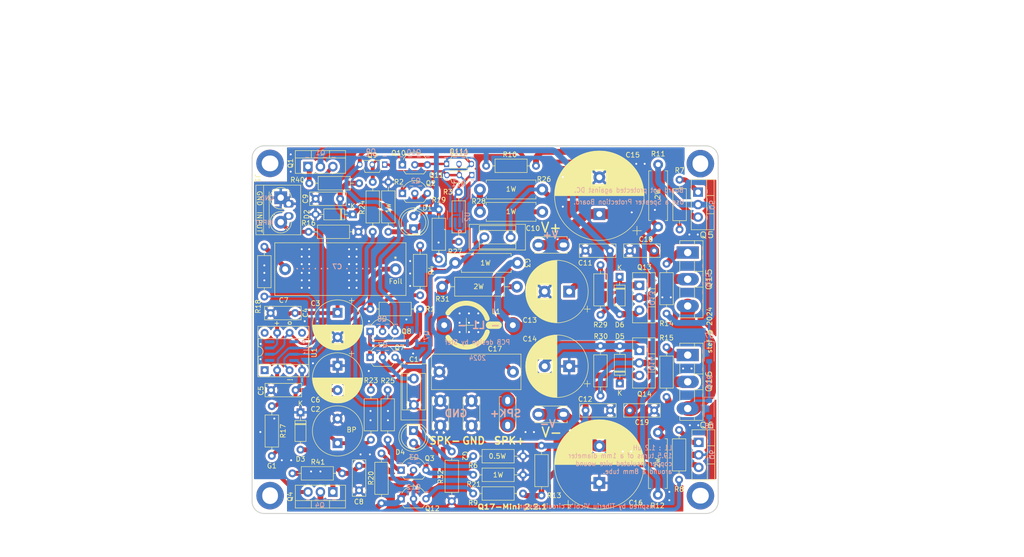
<source format=kicad_pcb>
(kicad_pcb (version 20240108) (generator "pcbnew") (generator_version "8.0")
  (title_block (title "Q17-Mini, the Quad405 reborn") (date "2024-06-08") (rev "2.2.1") (company "PCB design by Stef") (comment 1 "Zize 95 x 75 mm"))
  (layers (0 "F.Cu" signal) (31 "B.Cu" signal) (34 "B.Paste" user) (35 "F.Paste" user) (36 "B.SilkS" user "B.Silkscreen") (37 "F.SilkS" user "F.Silkscreen") (38 "B.Mask" user) (39 "F.Mask" user) (44 "Edge.Cuts" user))
  (net 0 "")
  (net 1 "GND")
  (net 2 "Net-(Q7-G)")
  (net 3 "Net-(C2-Pad1)")
  (net 4 "Net-(C7-Pad1)")
  (net 5 "Net-(Q1-S)")
  (net 6 "Net-(Q4-S)")
  (net 7 "Net-(D3-A)")
  (net 8 "Net-(C10-Pad1)")
  (net 9 "Net-(D2-K)")
  (net 10 "GNDPWR")
  (net 11 "Net-(Q7-S)")
  (net 12 "Net-(D1-A)")
  (net 13 "Net-(D4-K)")
  (net 14 "Net-(D6-K)")
  (net 15 "Net-(D5-A)")
  (net 16 "Net-(C17-Pad1)")
  (net 17 "Net-(J3-1-Pin_1)")
  (net 18 "Net-(J3-3-Pin_1)")
  (net 19 "Net-(D1-K)")
  (net 20 "Net-(D4-A)")
  (net 21 "Net-(J1-Pin_2)")
  (net 22 "Net-(J2-1-Pin_1)")
  (net 23 "Net-(D7-A)")
  (net 24 "Net-(Q1-G)")
  (net 25 "Net-(Q2-E)")
  (net 26 "Net-(Q3-E)")
  (net 27 "Net-(Q4-G)")
  (net 28 "Net-(Q5-G)")
  (net 29 "Net-(D7-K)")
  (net 30 "Net-(Q5-S)")
  (net 31 "Net-(Q6-G)")
  (net 32 "Net-(R24-Pad2)")
  (net 33 "Net-(R26-Pad2)")
  (net 34 "Net-(D8-A)")
  (net 35 "Net-(Q6-S)")
  (net 36 "Net-(Q7-D)")
  (net 37 "Net-(Q8-G)")
  (net 38 "Net-(Q8-D)")
  (net 39 "Net-(Q9-S)")
  (net 40 "Net-(Q9-G)")
  (net 41 "Net-(Q10-B)")
  (net 42 "Net-(Q12-C)")
  (net 43 "Net-(Q12-B)")
  (net 44 "Net-(Q15-G)")
  (net 45 "Net-(C7-Pad2)")
  (net 46 "Net-(Q16-G)")
  (net 47 "Net-(U2-S1)")
  (net 48 "Net-(U1--)")
  (footprint "Package_TO_SOT_THT:TO-220-3_Vertical" (layer "F.Cu") (at 178.73 83.51722 -90)
    (property "Reference" "Q13")
    (property "Value" "IRF610")
  )
  (footprint "Q17_Library:Faston_Connector_63849-1_TEC" (layer "F.Cu") (at 158.181495 109.837437 180)
    (property "Reference" "J3-3")
    (property "Value" "V-")
  )
  (footprint "Resistor_THT:R_Axial_DIN0207_L6.3mm_D2.5mm_P10.16mm_Horizontal" (layer "F.Cu") (at 137.861495 68.029037 -90)
    (property "Reference" "R19")
    (property "Value" "330R")
  )
  (footprint "LED_THT:LED_D5.0mm" (layer "F.Cu") (at 132.707004 113.162378 -90)
    (property "Reference" "D4")
    (property "Value" "RED 2V")
  )
  (footprint "Capacitor_THT:CP_Radial_D18.0mm_P7.50mm" (layer "F.Cu") (at 170.576695 123.825 90)
    (property "Reference" "C16")
    (property "Value" "470uF/63V")
  )
  (footprint "Resistor_THT:R_Axial_DIN0207_L6.3mm_D2.5mm_P10.16mm_Horizontal" (layer "F.Cu") (at 140.503095 127.566637 90)
    (property "Reference" "R32")
    (property "Value" "10R or STRAP")
  )
  (footprint "Resistor_THT:R_Axial_DIN0411_L9.9mm_D3.6mm_P12.70mm_Horizontal" (layer "F.Cu") (at 182.514695 126.245837 90)
    (property "Reference" "R12")
    (property "Value" "47R/2W")
  )
  (footprint "Package_TO_SOT_THT:TO-220-3_Vertical" (layer "F.Cu") (at 178.733018 96.816233 -90)
    (property "Reference" "Q14")
    (property "Value" "IRF9610")
  )
  (footprint "Capacitor_THT:C_Rect_L7.2mm_W2.5mm_P5.00mm_FKS2_FKP2_MKS2_MKP2" (layer "F.Cu") (at 172.786495 109.035525 180)
    (property "Reference" "C12")
    (property "Value" "100nF")
  )
  (footprint "Resistor_THT:R_Axial_DIN0207_L6.3mm_D2.5mm_P10.16mm_Horizontal" (layer "F.Cu") (at 144.871895 118.371837)
    (property "Reference" "R6")
    (property "Value" "100R/0.5W")
  )
  (footprint "MountingHole:MountingHole_3.2mm_M3_DIN965_Pad_TopBottom" (layer "F.Cu") (at 191.18882 126.440889)
    (property "Reference" "H3")
    (property "Value" "MountingHole_3.2mm_M3_DIN965_Pad_TopBottom")
  )
  (footprint "Resistor_THT:R_Axial_DIN0207_L6.3mm_D2.5mm_P10.16mm_Horizontal" (layer "F.Cu") (at 124.018495 115.019037 90)
    (property "Reference" "R23")
    (property "Value" "8k2")
  )
  (footprint "Resistor_THT:R_Axial_DIN0207_L6.3mm_D2.5mm_P10.16mm_Horizontal" (layer "F.Cu") (at 144.871895 122.181837)
    (property "Reference" "R21")
    (property "Value" "10k/1W")
  )
  (footprint "Resistor_THT:R_Axial_DIN0207_L6.3mm_D2.5mm_P10.16mm_Horizontal" (layer "F.Cu") (at 111.461464 62.695037)
    (property "Reference" "R40")
    (property "Value" "100R")
  )
  (footprint "Resistor_THT:R_Axial_DIN0207_L6.3mm_D2.5mm_P10.16mm_Horizontal" (layer "F.Cu") (at 186.832695 123.19 90)
    (property "Reference" "R8")
    (property "Value" "120R")
  )
  (footprint "Capacitor_THT:C_Rect_L7.2mm_W2.5mm_P5.00mm_FKS2_FKP2_MKS2_MKP2" (layer "F.Cu") (at 167.743935 76.460045)
    (property "Reference" "C11")
    (property "Value" "100nF")
  )
  (footprint "Capacitor_THT:CP_Radial_D10.0mm_P5.00mm" (layer "F.Cu") (at 117.221 99.906037 -90)
    (property "Reference" "C6")
    (property "Value" "47uF/25V")
  )
  (footprint "Diode_THT:D_DO-35_SOD27_P7.62mm_Horizontal" (layer "F.Cu") (at 120.351464 69.045037 180)
    (property "Reference" "D2")
    (property "Value" "1N5248B")
  )
  (footprint "LED_THT:LED_D5.0mm" (layer "F.Cu") (at 132.725807 71.973424 90)
    (property "Reference" "D1")
    (property "Value" "RED 2V")
  )
  (footprint "Capacitor_THT:C_Rect_L18.0mm_W7.0mm_P15.00mm_FKS3_FKP3" (layer "F.Cu") (at 152.981495 101.176037 180)
    (property "Reference" "C17")
    (property "Value" "100nF MKP or MKT")
  )
  (footprint "Q17_Library:C_Mica_v2_L11.4mm_W4.3mm_H9.1_P5.9mm_mix" (layer "F.Cu") (at 132.778868 102.281485 -90)
    (property "Reference" "C1")
    (property "Value" "470p Mica")
  )
  (footprint "Diode_THT:D_DO-35_SOD27_P7.62mm_Horizontal" (layer "F.Cu") (at 109.667495 109.431037 -90)
    (property "Reference" "D3")
    (property "Value" "1N5248B")
  )
  (footprint "Resistor_THT:R_Axial_DIN0207_L6.3mm_D2.5mm_P10.16mm_Horizontal" (layer "F.Cu") (at 127.574495 72.601037 90)
    (property "Reference" "R2")
    (property "Value" "10k/1W")
  )
  (footprint "MountingHole:MountingHole_3.2mm_M3_DIN965_Pad_TopBottom" (layer "F.Cu") (at 103.463294 58.647028 180)
    (property "Reference" "H1")
    (property "Value" "MountingHole")
  )
  (footprint "Capacitor_THT:CP_Radial_D12.5mm_P5.00mm" (layer "F.Cu") (at 164.435 100.02722 180)
    (property "Reference" "C14")
    (property "Value" "220uF/63V")
  )
  (footprint "Diode_THT:D_DO-35_SOD27_P7.62mm_Horizontal" (layer "F.Cu") (at 174.715178 81.795433 -90)
    (property "Reference" "D6")
    (property "Value" "1N5245B")
  )
  (footprint "Capacitor_THT:CP_Radial_D10.0mm_P5.00mm" (layer "F.Cu") (at 117.221 89.111037 -90)
    (property "Reference" "C3")
    (property "Value" "47uF/25V")
  )
  (footprint "Q17_Library:Faston_Connector_63849-1_TEC" (layer "F.Cu") (at 144.526 107.096257 90)
    (property "Reference" "J3-2")
    (property "Value" "GND")
  )
  (footprint "Q17_Library:Faston_Connector_63849-1_TEC" (layer "F.Cu") (at 151.892 112.098037 -90)
    (property "Reference" "J2-1")
    (property "Value" "SPK+")
  )
  (footprint "Resistor_THT:R_Axial_DIN0207_L6.3mm_D2.5mm_P10.16mm_Horizontal" (layer "F.Cu") (at 170.810657 95.893438 -90)
    (property "Reference" "R30")
    (property "Value" "100R")
  )
  (footprint "Package_TO_SOT_THT:TO-220-3_Vertical" (layer "F.Cu") (at 116.271495 125.674 180)
    (property "Reference" "Q4")
    (property "Value" "IRF9610")
  )
  (footprint "Package_TO_SOT_THT:TO-92S_Wide" (layer "F.Cu") (at 126.837895 58.885037 180)
    (property "Reference" "Q9")
    (property "Value" "BS250P")
  )
  (footprint "Resistor_THT:R_Axial_DIN0411_L9.9mm_D3.6mm_P12.70mm_Horizontal" (layer "F.Cu") (at 141.193195 78.951037)
    (property "Reference" "R27")
    (property "Value" "560R/1W")
  )
  (footprint "Package_TO_SOT_THT:TO-92_Inline_Wide" (layer "F.Cu") (at 123.856495 98.204237)
    (property "Reference" "Q7")
    (property "Value" "LSK170B")
  )
  (footprint "Resistor_THT:R_Axial_DIN0207_L6.3mm_D2.5mm_P10.16mm_Horizontal" (layer "F.Cu") (at 102.301495 85.809037 90)
    (property "Reference" "R18")
    (property "Value" "22k")
  )
  (footprint "Q17_Library:C_Mica_v2_L11.4mm_W4.3mm_H9.1_P5.9mm_mix" (layer "F.Cu") (at 152.768923 73.708934 180)
    (property "Reference" "C10")
    (property "Value" "47pF Mica or NP0")
  )
  (footprint "Resistor_THT:R_Axial_DIN0207_L6.3mm_D2.5mm_P10.16mm_Horizontal" (layer "F.Cu") (at 170.815 89.535 90)
    (property "Reference" "R29")
    (property "Value" "100R")
  )
  (footprint "Package_TO_SOT_THT:TO-3P-3_Vertical" (layer "F.Cu") (at 188.595 76.835 -90)
    (property "Reference" "Q15")
    (property "Value" "FQA46N15")
  )
  (footprint "Package_TO_SOT_THT:TO-92_Inline_Wide" (layer "F.Cu") (at 130.171318 121.221037)
    (property "Reference" "Q3")
    (property "Value" "KSC1845")
  )
  (footprint "Package_TO_SOT_THT:TO-3P-3_Vertical" (layer "F.Cu") (at 188.595 97.75222 -90)
    (property "Reference" "Q16")
    (property "Value" "IXTH48P20P")
  )
  (footprint "Resistor_THT:R_Axial_DIN0411_L9.9mm_D3.6mm_P12.70mm_Horizontal" (layer "F.Cu") (at 146.243495 68.537037)
    (property "Reference" "R28")
    (property "Value" "22R/1W")
  )
  (footprint "Capacitor_THT:C_Rect_L26.5mm_W10.5mm_P22.50mm_MKS4" (layer "F.Cu") (at 106.545495 80.221037)
    (property "Reference" "C7")
    (property "Value" "2.2uF MKP or FKP")
  )
  (footprint "Capacitor_THT:C_Rect_L7.2mm_W2.5mm_P5.00mm_FKS2_FKP2_MKS2_MKP2" (layer "F.Cu") (at 121.605495 125.342237 90)
    (property "Reference" "C8")
    (property "Value" "100nF")
  )
  (footprint "Resistor_THT:R_Axial_DIN0207_L6.3mm_D2.5mm_P10.16mm_Horizontal" (layer "F.Cu") (at 121.478495 72.601037 180)
    (property "Reference" "R16")
    (property "Value" "47k")
  )
  (footprint "Capacitor_THT:C_Rect_L7.2mm_W2.5mm_P5.00mm_FKS2_FKP2_MKS2_MKP2" (layer "F.Cu") (at 103.672 104.902)
    (property "Reference" "C5")
    (property "Value" "100nF")
  )
  (footprint "Package_TO_SOT_THT:TO-92S_Wide" (layer "F.Cu") (at 139.442495 58.758037)
    (property "Reference" "Q111")
    (property "Value" "BS250P")
  )
  (footprint "Resistor_THT:R_Axial_DIN0207_L6.3mm_D2.5mm_P10.16mm_Horizontal" (layer "F.Cu") (at 124.399495 62.441037 -90)
    (property "Reference" "R24")
    (property "Value" "10k")
  )
  (footprint "Capacitor_THT:CP_Radial_D12.5mm_P5.00mm" (layer "F.Cu") (at 164.435 84.78722 180)
    (property "Reference" "C13")
    (property "Value" "220uF/63V")
  )
  (footprint "Package_TO_SOT_THT:TO-92_Inline_Wide" (layer "F.Cu") (at 130.442168 64.756205)
    (property "Reference" "Q2")
    (property "Value" "KSA992")
  )
  (footprint "Capacitor_THT:C_Rect_L7.2mm_W2.5mm_P5.00mm_FKS2_FKP2_MKS2_MKP2" (layer "F.Cu") (at 103.571495 89.18142)
    (property "Reference" "C4")
    (property "Value" "100nF")
  )
  (footprint "MountingHole:MountingHole_3.2mm_M3_DIN965_Pad_TopBottom" (layer "F.Cu") (at 191.175082 58.697768 180)
    (property "Reference" "H2")
    (property "Value" "MountingHole")
  )
  (footprint "Resistor_THT:R_Axial_DIN0207_L6.3mm_D2.5mm_P10.16mm_Horizontal" (layer "F.Cu") (at 134.05522 85.555037 90)
    (property "Reference" "R4")
    (property "Value" "1k")
  )
  (footprint "Resistor_THT:R_Axial_DIN0207_L6.3mm_D2.5mm_P10.16mm_Horizontal" (layer "F.Cu") (at 144.871895 125.991837)
    (property "Reference" "R9")
    (property "Value" "100R")
  )
  (footprint "Resistor_THT:R_Axial_DIN0411_L9.9mm_D3.6mm_P15.24mm_Horizontal" (layer "F.Cu") (at 138.542982 83.805095)
    (property "Reference" "R31")
    (property "Value" "10R/2W")
  )
  (footprint "Capacitor_THT:C_Rect_L7.2mm_W2.5mm_P5.00mm_FKS2_FKP2_MKS2_MKP2" (layer "F.Cu") (at 112.755495 65.870037)
    (property "Reference" "C9")
    (property "Value" "100nF")
  )
  (footprint "Resistor_THT:R_Axial_DIN0207_L6.3mm_D2.5mm_P10.16mm_Horizontal" (layer "F.Cu") (at 123.891495 88.349037)
    (property "Reference" "R1")
    (property "Value" "2k7")
  )
  (footprint "Package_TO_SOT_THT:TO-220-3_Vertical" (layer "F.Cu") (at 190.825 115.57 -90)
    (property "Reference" "Q6")
    (property "Value" "2SK3564")
  )
  (footprint "Q17_Library:L_Axial_L22mm_D10mm_P21mm_vertical_Q17_Mini" (layer "F.Cu") (at 138.953095 91.651837)
    (property "Reference" "L1")
    (property "Value" "1.2uH")
  )
  (footprint "Q17_Library:Faston_Connector_63849-1_TEC" (layer "F.Cu") (at 138.176 107.096257 90)
    (property "Reference" "J2-2")
    (property "Value" "SPK-")
  )
  (footprint "Resistor_THT:R_Axial_DIN0411_L9.9mm_D3.6mm_P12.70mm_Horizontal" (layer "F.Cu") (at 158.943495 63.965037 180)
    (property "Reference" "R26")
    (property "Value" "22R/1W")
  )
  (footprint "Resistor_THT:R_Axial_DIN0207_L6.3mm_D2.5mm_P10.16mm_Horizontal" (layer "F.Cu") (at 126.177495 127.973037 90)
    (property "Reference" "R20")
    (property "Value" "330R")
  )
  (footprint "Resistor_THT:R_Axial_DIN0207_L6.3mm_D2.5mm_P10.16mm_Horizontal" (layer "F.Cu") (at 184.277 89.281 90)
    (property "Reference" "R14")
    (property "Value" "330R")
  )
  (footprint "Resistor_THT:R_Axial_DIN0207_L6.3mm_D2.5mm_P10.16mm_Horizontal" (layer "F.Cu") (at 184.277 106.299 90)
    (property "Reference" "R15")
    (property "Value" "330R")
  )
  (footprint "Resistor_THT:R_Axial_DIN0207_L6.3mm_D2.5mm_P10.16mm_Horizontal" (layer "F.Cu") (at 108.016495 121.877037)
    (property "Reference" "R41")
    (property "Value" "100R")
  )
  (footprint "Package_TO_SOT_THT:TO-220-3_Vertical" (layer "F.Cu") (at 190.698 64.516 -90)
    (property "Reference" "Q5")
    (property "Value" "FQPF7P20")
  )
  (footprint "Resistor_THT:R_Axial_DIN0207_L6.3mm_D2.5mm_P10.16mm_Horizontal" (layer "F.Cu") (at 186.934295 72.136 90)
    (property "Reference" "R7")
    (property "Value" "100R")
  )
  (footprint "Package_TO_SOT_THT:TO-92_Inline_Wide" (layer "F.Cu") (at 130.442168 58.935837)
    (property "Reference" "Q10")
    (property "Value" "KSA992")
  )
  (footprint "Resistor_THT:R_Axial_DIN0207_L6.3mm_D2.5mm_P10.16mm_Horizontal" (layer "F.Cu") (at 158.791095 126.398237 90)
    (property "Reference" "R13")
    (property "Value" "9R1")
  )
  (footprint "Package_TO_SOT_THT:TO-92_Inline_Wide" (layer "F.Cu") (at 130.171318 127.074542)
    (property "Reference" "Q12")
    (property "Value" "KSC1845")
  )
  (footprint "Resistor_THT:R_Axial_DIN0207_L6.3mm_D2.5mm_P10.16mm_Horizontal" (layer "F.Cu") (at 127.447495 104.859037 -90)
    (property "Reference" "R25")
    (property "Value" "7k5")
  )
  (footprint "Capacitor_THT:CP_Radial_D18.0mm_P7.50mm" (layer "F.Cu") (at 170.576695 68.985037 90)
    (property "Reference" "C15")
    (property "Value" "470uF/63V")
  )
  (footprint "Resistor_THT:R_Axial_DIN0207_L6.3mm_D2.5mm_P10.16mm_Horizontal" (layer "F.Cu") (at 147.513495 59.139037)
    (property "Reference" "R10")
    (property "Value" "9R1")
  )
  (footprint "MountingHole:MountingHole_3.2mm_M3_DIN965_Pad_TopBottom" (layer "F.Cu") (at 103.475185 126.428054 180)
    (property "Reference" "H4")
    (property "Value" "MountingHole")
  )
  (footprint "Package_TO_SOT_THT:TO-92S_Wide" (layer "F.Cu") (at 144.592495 61.044037 180)
    (property "Reference" "Q11")
    (property "Value" "BS250P")
  )
  (footprint "Package_TO_SOT_THT:TO-92_Inline_Wide" (layer "F.Cu") (at 123.856495 92.921037)
    (property "Reference" "Q8")
    (property "Value" "DN2540")
  )
  (footprint "Package_TO_SOT_THT:TO-220-3_Vertical" (layer "F.Cu") (at 111.191495 59.305919)
    (property "Reference" "Q1")
    (property "Value" "IRF610")
  )
  (footprint "Resistor_THT:R_Axial_DIN0207_L6.3mm_D2.5mm_P10.16mm_Horizontal" (layer "F.Cu") (at 141.925495 74.633037 90)
    (property "Reference" "R3")
    (property "Value" "150R")
  )
  (footprint "Resistor_THT:R_Axial_DIN0411_L9.9mm_D3.6mm_P12.70mm_Horizontal" (layer "F.Cu") (at 182.565495 58.885037 -90)
    (property "Reference" "R11")
    (property "Value" "47R/2W")
  )
  (footprint "Capacitor_THT:C_Rect_L7.2mm_W2.5mm_P5.00mm_FKS2_FKP2_MKS2_MKP2" (layer "F.Cu") (at 176.774295 109.035525)
    (property "Reference" "C19")
    (property "Value" "100nF")
  )
  (footprint "Q17_Library:Input_connector_mix_inverted" (layer "F.Cu") (at 105.019295 68.205037 -90)
    (property "Reference" "J1")
    (property "Value" "INPUT")
  )
  (footprint "Capacitor_THT:CP_Radial_D10.0mm_P5.00mm" (layer "F.Cu") (at 117.221 115.729897 90)
    (property "Reference" "C2")
    (property "Value" "100uF/10V BP")
  )
  (footprint "Package_DIP:DIP-8_W7.62mm_Socket" (layer "F.Cu") (at 102.372 100.838 90)
    (property "Reference" "U1'")
    (property "Value" "OPA1641")
  )
  (footprint "Diode_THT:D_DO-35_SOD27_P7.62mm_Horizontal" (layer "F.Cu") (at 174.75491 103.540998 90)
    (property "Reference" "D5")
    (property "Value" "1N5245B")
  )
  (footprint "Q17_Library:Faston_Connector_63849-1_TEC" (layer "F.Cu") (at 158.181495 75.293437 180)
    (property "Reference" "J3-1")
    (property "Value" "V+")
  )
  (footprint "Resistor_THT:R_Axial_DIN0207_L6.3mm_D2.5mm_P10.16mm_Horizontal" (layer "F.Cu") (at 103.825495 118.321037 90)
    (property "Reference" "R17")
    (property "Value" "5k1")
  )
  (footprint "Capacitor_THT:C_Rect_L7.2mm_W2.5mm_P5.00mm_FKS2_FKP2_MKS2_MKP2" (layer "F.Cu") (at 176.764959 76.454)
    (property "Reference" "C18")
    (property "Value" "100nF")
  )
  (footprint "Diode_SMD:D_SOD-123" (layer "B.Cu") (at 192.979495 97.365037 -90)
    (property "Reference" "D7")
    (property "Value" "MMSZ5245C")
  )
  (footprint "Diode_SMD:D_SOD-123" (layer "B.Cu") (at 192.979495 108.704368 -90)
    (property "Reference" "D8")
    (property "Value" "MMSZ5245C")
  )
  (footprint "Q17_Library:NDC7003P-TSOT23-6" (layer "B.Cu") (at 141.178941 69.172037 90)
    (property "Reference" "U2")
    (property "Value" "NDC7003P")
  )
  (footprint "Package_TO_SOT_SMD:SOT-23-5_HandSoldering" (layer "B.Cu") (at 132.425895 93.987837 -90)
    (property "Reference" "Q7'")
    (property "Value" "DN2540N8-G")
  )
  (footprint "Package_SO:SOIC-8_3.9x4.9mm_P1.27mm" (layer "B.Cu") (at 105.857495 96.943097 180)
    (property "Reference" "U1")
    (property "Value" "OPA1611")
  )
  (gr_line (start 194.806412 57.518381) (end 194.806634 127.615543) (stroke (width 0.2)) (layer "Edge.Cuts"))
  (gr_arc (start 99.811698 57.512454) (mid 100.529286 55.780043) (end 102.261697 55.062455) (stroke (width 0.2)) (layer "Edge.Cuts"))
  (gr_arc (start 194.806634 127.615543) (mid 194.089046 129.347954) (end 192.356635 130.065542) (stroke (width 0.2)) (layer "Edge.Cuts"))
  (gr_arc (start 192.366412 55.068383) (mid 194.092356 55.789502) (end 194.806412 57.518381) (stroke (width 0.2)) (layer "Edge.Cuts"))
  (gr_line (start 102.261697 55.062455) (end 192.366412 55.068383) (stroke (width 0.2)) (layer "Edge.Cuts"))
  (gr_arc (start 102.258328 130.064239) (mid 100.495701 129.315898) (end 99.80985 127.528029) (stroke (width 0.2)) (layer "Edge.Cuts"))
  (gr_line (start 102.258328 130.064239) (end 192.356635 130.065542) (stroke (width 0.2)) (layer "Edge.Cuts"))
  (gr_line (start 99.811698 57.512454) (end 99.80985 127.528029) (stroke (width 0.2)) (layer "Edge.Cuts"))
  (gr_text "Q12" (at 132.711318 124.671037 0) (layer "B.SilkS") (effects (font (size 1 1)) (justify mirror)))
  (gr_text "Q15" (at 192.725495 82.380037 -90) (layer "B.SilkS") (effects (font (size 1 1)) (justify mirror)))
  (gr_text "GND" (at 141.35886 109.641118 0) (layer "B.SilkS") (effects (font (size 1.5 1.5) (thickness 0.3)) (justify mirror)))
  (gr_text "- L1 -" (at 145.986337 91.645964 0) (layer "B.SilkS") (effects (font (size 1.5 1.5) (thickness 0.3)) (justify mirror)))
  (gr_text "Q1" (at 113.731495 56.472037 0) (layer "B.SilkS") (effects (font (size 1 1)) (justify mirror)))
  (gr_text "- - - -" (at 142.052495 57.361037 0) (layer "B.SilkS") (effects (font (size 0.9 0.9)) (justify mirror)))
  (gr_text "V-" (at 160.061095 111.767837 0) (layer "B.SilkS") (effects (font (size 1.5 1.5) (thickness 0.3)) (justify mirror)))
  (gr_text "V+" (at 160.619895 73.210637 0) (layer "B.SilkS") (effects (font (size 1.5 1.5) (thickness 0.3)) (justify mirror)))
  (gr_text "°" (at 111.125 94.996 -270) (layer "B.SilkS") (effects (font (size 2 2) (thickness 0.25))))
  (gr_text "- - - -" (at 126.431495 91.397037 0) (layer "B.SilkS") (effects (font (size 0.9 0.9)) (justify mirror)))
  (gr_text "Q4" (at 113.604495 128.354037 0) (layer "B.SilkS") (effects (font (size 1 1)) (justify mirror)))
  (gr_text "Q2" (at 133.162495 62.187037 0) (layer "B.SilkS") (effects (font (size 1 1)) (justify mirror)))
  (gr_text "Q3" (at 132.781495 118.575037 0) (layer "B.SilkS") (effects (font (size 1 1)) (justify mirror)))
  (gr_text "Q5" (at 193.487495 67.140037 -90) (layer "B.SilkS") (effects (font (size 1 1)) (justify mirror)))
  (gr_text "Board not protected against DC." (at 176.596495 64.092037 0) (layer "B.SilkS") (effects (font (size 1 0.9)) (justify mirror)))
  (gr_text "Q9" (at 124.018495 56.218037 0) (layer "B.SilkS") (effects (font (size 1 1)) (justify mirror)))
  (gr_text "Use a Speaker Protection Board." (at 176.596495 66.505037 0) (layer "B.SilkS") (effects (font (size 1 0.9)) (justify mirror)))
  (gr_text "Q11" (at 141.925495 62.822037 0) (layer "B.SilkS") (effects (font (size 1 1)) (justify mirror)))
  (gr_text "- - - -" (at 192.625691 67.067429 -90) (layer "B.SilkS") (effects (font (size 0.9 0.9)) (justify mirror)))
  (gr_text "Q10" (at 132.781495 56.345037 0) (layer "B.SilkS") (effects (font (size 1 1)) (justify mirror)))
  (gr_text "Q13" (at 181.279667 86.152187 -90) (layer "B.SilkS") (effects (font (size 1 1)) (justify mirror)))
  (gr_text "- - - -" (at 142.052495 61.933037 0) (layer "B.SilkS") (effects (font (size 0.9 0.9)) (justify mirror)))
  (gr_text "L1 : 1.2 uH\n19.5 turns of a 1mm diameter \ncopper insulated wire wound \naround a 8mm tube." (at 185.511895 119.083037 0) (layer "B.SilkS") (effects (font (size 1 0.9) (thickness 0.15) (bold yes)) (justify left mirror)))
  (gr_text "- - - -" (at 132.711318 125.598542 0) (layer "B.SilkS") (effects (font (size 0.9 0.9)) (justify mirror)))
  (gr_text "Q7" (at 126.431495 95.715037 0) (layer "B.SilkS") (effects (font (size 1 1)) (justify mirror)))
  (gr_text "- - - -" (at 133.162495 63.203037 0) (layer "B.SilkS") (effects (font (size 0.9 0.9)) (justify mirror)))
  (gr_text "Inspired by Tiberiu Vicol's circuit design." (at 167.884295 128.582637 0) (layer "B.SilkS") (effects (font (size 1 0.9) (thickness 0.15) (bold yes)) (justify mirror)))
  (gr_text "GND" (at 102.880066 65.723416 0) (layer "B.SilkS") (effects (font (size 0.9 0.9)) (justify mirror)))
  (gr_text "INPUT" (at 102.301495 70.728429 0) (layer "B.SilkS") (effects (font (size 0.9 0.9)) (justify mirror)))
  (gr_text "Q8" (at 126.304495 90.381037 0) (layer "B.SilkS") (effects (font (size 1 1)) (justify mirror)))
  (gr_text "PCB design by Stef\n\n2024\n" (at 145.735495 96.731037 0) (layer "B.SilkS") (effects (font (size 1 0.9) (thickness 0.15) (bold yes)) (justify mirror)))
  (gr_text "- - - -" (at 126.431495 96.731037 0) (layer "B.SilkS") (effects (font (size 0.9 0.9)) (justify mirror)))
  (gr_text "- - - - - - - -" (at 191.709495 103.335037 -90) (layer "B.SilkS") (effects (font (size 0.9 0.9)) (justify mirror)))
  (gr_text "Q14" (at 181.269408 99.488744 -90) (layer "B.SilkS") (effects (font (size 1 1)) (justify mirror)))
  (gr_text "- - - -" (at 132.908495 57.234037 0) (layer "B.SilkS") (effects (font (size 0.9 0.9)) (justify mirror)))
  (gr_text "Q16" (at 192.979495 103.208037 -90) (layer "B.SilkS") (effects (font (size 1 1)) (justify mirror)))
  (gr_text "Q6" (at 193.487495 118.067037 -90) (layer "B.SilkS") (effects (font (size 1 1)) (justify mirror)))
  (gr_text "- - - -" (at 124.145495 57.107037 0) (layer "B.SilkS") (effects (font (size 0.9 0.9)) (justify mirror)))
  (gr_text "- - - -" (at 113.731495 57.361037 0) (layer "B.SilkS") (effects (font (size 0.9 0.9)) (justify mirror)))
  (gr_text "- - - -" (at 180.407604 99.416136 -90) (layer "B.SilkS") (effects (font (size 0.9 0.9)) (justify mirror)))
  (gr_text "- - - -" (at 113.858495 127.211037 0) (layer "B.SilkS") (effects (font (size 0.9 0.9)) (justify mirror)))
  (gr_text ". . . . .  . C7 . . . . . ." (at 117.541495 79.713037 0) (layer "B.SilkS") (effects (font (size 1 1) (thickness 0.2)) (justify mirror)))
  (gr_text "Q111" (at 141.925495 56.472037 0) (layer "B.SilkS") (effects (font (size 1 1)) (justify mirror)))
  (gr_text "- - - -" (at 180.417863 86.079579 -90) (layer "B.SilkS") (effects (font (size 0.9 0.9)) (justify mirror)))
  (gr_text "- - - - - - - -" (at 191.709495 82.253037 -90) (layer "B.SilkS") (effects (font (size 0.9 0.9)) (justify mirror)))
  (gr_text "- - - -" (at 192.725495 118.067037 -90) (layer "B.SilkS") (effects (font (size 0.9 0.9)) (justify mirror)))
  (gr_text "- - - -" (at 132.781495 119.718037 0) (layer "B.SilkS") (effects (font (size 0.9 0.9)) (justify mirror)))
  (gr_text "SPK+" (at 151.461889 109.638794 0) (layer "B.SilkS") (effects (font (size 1.5 1.5) (thickness 0.3)) (justify mirror)))
  (gr_text "Foil" (at 129.058174 82.714223 0) (layer "F.SilkS") (effects (font (size 1 1))))
  (gr_text "i" (at 107.456847 102.771617 -90) (layer "F.SilkS") (effects (font (size 1 1))))
  (gr_text "2W" (at 182.463895 119.692637 -270) (layer "F.SilkS") (effects (font (size 1 1))))
  (gr_text "o" (at 107.604069 91.214695 -90) (layer "F.SilkS") (effects (font (size 1 1))))
  (gr_text "2W" (at 145.989495 83.777037 0) (layer "F.SilkS") (effects (font (size 1 1))))
  (gr_text "1W" (at 149.951895 122.181837 0) (layer "F.SilkS") (effects (font (size 1 1))))
  (gr_text "1W" (at 152.593495 63.883037 0) (layer "F.SilkS") (effects (font (size 1 1))))
  (gr_text "1W" (at 152.593495 68.455037 0) (layer "F.SilkS") (effects (font (size 1 1))))
  (gr_text "2W" (at 182.463895 64.930237 -270) (layer "F.SilkS") (effects (font (size 1 1))))
  (gr_text "1W" (at 127.574495 67.775037 -270) (layer "F.SilkS") (effects (font (size 1 1))))
  (gr_text "G3" (at 155.895495 78.951037 270) (layer "F.SilkS") (effects (font (size 1 1))))
  (gr_text "stef @ 2024" (at 193.049495 92.655037 90) (layer "F.SilkS") (effects (font (size 1 1))))
  (gr_text "+" (at 104.92495 91.271072 -90) (layer "F.SilkS") (effects (font (size 1 1))))
  (gr_text "BP" (at 120.081495 112.987037 0) (layer "F.SilkS") (effects (font (size 1 1))))
  (gr_text "0.5W" (at 149.799495 118.371837 0) (layer "F.SilkS") (effects (font (size 1 1))))
  (gr_text "-" (at 110.067692 102.848885 -90) (layer "F.SilkS") (effects (font (size 1 1))))
  (gr_text "G1" (at 103.825495 120.353037 0) (layer "F.SilkS") (effects (font (size 1 1))))
  (gr_text "G2" (at 143.195495 118.321037 270) (layer "F.SilkS") (effects (font (size 1 1))))
  (gr_text "1W" (at 147.386495 78.951037 0) (layer "F.SilkS") (effects (font (size 1 1))))
  (gr_text "Q17-Mini 2.2.1" (at 152.847495 128.705037 0) (layer "F.SilkS") (effects (font (size 1 1.2) (thickness 0.25))))
  (via (at 119.573495 82.507037) (size 0.8) (drill 0.4) (layers "F.Cu" "B.Cu") (net 1))
  (via (at 119.573495 77.681037) (size 0.8) (drill 0.4) (layers "F.Cu" "B.Cu") (net 1))
  (via (at 121.097495 76.157037) (size 0.8) (drill 0.4) (layers "F.Cu" "B.Cu") (net 1))
  (via (at 109.921495 77.681037) (size 0.8) (drill 0.4) (layers "F.Cu" "B.Cu") (net 1))
  (via (at 109.921495 82.507037) (size 0.8) (drill 0.4) (layers "F.Cu" "B.Cu") (net 1))
  (via (at 119.573495 84.031037) (size 0.8) (drill 0.4) (layers "F.Cu" "B.Cu") (net 1))
  (via (at 123.815295 118.016237) (size 0.8) (drill 0.4) (layers "F.Cu" "B.Cu") (net 1))
  (via (at 102.301495 82.507037) (size 0.8) (drill 0.4) (layers "F.Cu" "B.Cu") (net 1))
  (via (at 111.445495 80.983037) (size 0.8) (drill 0.4) (layers "F.Cu" "B.Cu") (net 1))
  (via (at 111.445495 77.681037) (size 0.8) (drill 0.4) (layers "F.Cu" "B.Cu") (net 1))
  (via (at 111.445495 79.205037) (size 0.8) (drill 0.4) (layers "F.Cu" "B.Cu") (net 1))
  (via (at 109.921495 80.983037) (size 0.8) (drill 0.4) (layers "F.Cu" "B.Cu") (net 1))
  (via (at 111.445495 76.157037) (size 0.8) (drill 0.4) (layers "F.Cu" "B.Cu") (net 1))
  (via (at 104.333495 110.701037) (size 0.8) (drill 0.4) (layers "F.Cu" "B.Cu") (net 1))
  (via (at 119.573495 67.013037) (size 0.8) (drill 0.4) (layers "F.Cu" "B.Cu") (net 1))
  (via (at 109.921495 76.157037) (size 0.8) (drill 0.4) (layers "F.Cu" "B.Cu") (net 1))
  (via (at 121.910295 118.016237) (size 0.8) (drill 0.4) (layers "F.Cu" "B.Cu") (net 1))
  (via (at 101.510482 98.593096) (size 0.8) (drill 0.4) (layers "F.Cu" "B.Cu") (net 1))
  (via (at 105.857495 119.210037) (size 0.8) (drill 0.4) (layers "F.Cu" "B.Cu") (net 1))
  (via (at 102.301495 80.983037) (size 0.8) (drill 0.4) (layers "F.Cu" "B.Cu") (net 1))
  (via (at 123.942295 111.056637) (size 0.8) (drill 0.4) (layers "F.Cu" "B.Cu") (net 1))
  (via (at 121.097495 84.031037) (size 0.8) (drill 0.4) (layers "F.Cu" "B.Cu") (net 1))
  (via (at 127.498295 109.151637) (size 0.8) (drill 0.4) (layers "F.Cu" "B.Cu") (net 1))
  (via (at 121.097495 82.507037) (size 0.8) (drill 0.4) (layers "F.Cu" "B.Cu") (net 1))
  (via (at 101.547321 95.482384) (size 0.8) (drill 0.4) (layers "F.Cu" "B.Cu") (net 1))
  (via (at 109.921495 79.205037) (size 0.8) (drill 0.4) (layers "F.Cu" "B.Cu") (net 1))
  (via (at 137.810695 74.785437) (size 0.8) (drill 0.4) (layers "F.Cu" "B.Cu") (net 1))
  (via (at 123.637495 90.838237) (size 0.8) (drill 0.4) (layers "F.Cu" "B.Cu") (net 1))
  (via (at 119.573495 80.983037) (size 0.8) (drill 0.4) (layers "F.Cu" "B.Cu") (net 1))
  (via (at 119.573495 76.157037) (size 0.8) (drill 0.4) (layers "F.Cu" "B.Cu") (net 1))
  (via (at 109.921495 84.031037) (size 0.8) (drill 0.4) (layers "F.Cu" "B.Cu") (net 1))
  (via (at 101.488695 113.444237) (size 0.8) (drill 0.4) (layers "F.Cu" "B.Cu") (net 1))
  (via (at 132.019495 81.110037) (size 0.8) (drill 0.4) (layers "F.Cu" "B.Cu") (net 1))
  (via (at 121.097495 79.205037) (size 0.8) (drill 0.4) (layers "F.Cu" "B.Cu") (net 1))
  (via (at 121.097495 80.983037) (size 0.8) (drill 0.4) (layers "F.Cu" "B.Cu") (net 1))
  (via (at 112.207495 99.423437) (size 0.8) (drill 0.4) (layers "F.Cu" "B.Cu") (net 1))
  (via (at 111.445495 84.031037) (size 0.8) (drill 0.4) (layers "F.Cu" "B.Cu") (net 1))
  (via (at 102.301495 79.459037) (size 0.8) (drill 0.4) (layers "F.Cu" "B.Cu") (net 1))
  (via (at 131.257495 90.482637) (size 0.8) (drill 0.4) (layers "F.Cu" "B.Cu") (net 1))
  (via (at 121.097495 77.681037) (size 0.8) (drill 0.4) (layers "F.Cu" "B.Cu") (net 1))
  (via (at 132.019495 78.570037) (size 0.8) (drill 0.4) (layers "F.Cu" "B.Cu") (net 1))
  (via (at 132.629095 97.442237) (size 0.8) (drill 0.4) (layers "F.Cu" "B.Cu") (net 1))
  (via (at 111.826495 121.496037) (size 0.8) (drill 0.4) (layers "F.Cu" "B.Cu") (net 1))
  (via (at 110.531095 90.838237) (size 0.8) (drill 0.4) (layers "F.Cu" "B.Cu") (net 1))
  (via (at 107.672801 56.814414) (size 0.8) (drill 0.4) (layers "F.Cu" "B.Cu") (net 1))
  (via (at 119.573495 79.205037) (size 0.8) (drill 0.4) (layers "F.Cu" "B.Cu") (net 1))
  (via (at 107.672801 60.327757) (size 0.8) (drill 0.4) (layers "F.Cu" "B.Cu") (net 1))
  (via (at 113.09595 90.838236) (size 0.8) (drill 0.4) (layers "F.Cu" "B.Cu") (net 1))
  (via (at 107.762495 119.210037) (size 0.8) (drill 0.4) (layers "F.Cu" "B.Cu") (net 1))
  (via (at 113.731495 121.496037) (size 0.8) (drill 0.4) (layers "F.Cu" "B.Cu") (net 1))
  (via (at 123.586695 100.998237) (size 0.8) (drill 0.4) (layers "F.Cu" "B.Cu") (net 1))
  (via (at 132.019495 83.650037) (size 0.8) (drill 0.4) (layers "F.Cu" "B.Cu") (net 1))
  (via (at 111.445495 82.507037) (size 0.8) (drill 0.4) (layers "F.Cu" "B.Cu") (net 1))
  (via (at 127.498295 111.056637) (size 0.8) (drill 0.4) (layers "F.Cu" "B.Cu") (net 1))
  (via (at 123.942295 109.151637) (size 0.8) (drill 0.4) (layers "F.Cu" "B.Cu") (net 1))
  (segment (start 126.431495 98.107037) (end 126.431495 96.684144) (width 0.8) (layer "F.Cu") (net 2))
  (segment (start 127.654602 95.461037) (end 131.812388 95.461037) (width 0.8) (layer "F.Cu") (net 2))
  (segment (start 132.165942 95.31459) (end 133.905049 93.575483) (width 0.8) (layer "F.Cu") (net 2))
  (segment (start 134.051495 93.22193) (end 134.051495 88.349037) (width 0.8) (layer "F.Cu") (net 2))
  (segment (start 126.577942 96.33059) (end 127.301049 95.607483) (width 0.8) (layer "F.Cu") (net 2))
  (arc (start 126.577942 96.33059) (mid 126.469555 96.492802) (end 126.431495 96.684144) (width 0.8) (layer "F.Cu") (net 2))
  (arc (start 131.812388 95.461037) (mid 132.00373 95.422977) (end 132.165942 95.31459) (width 0.8) (layer "F.Cu") (net 2))
  (arc (start 127.301049 95.607483) (mid 127.463261 95.499097) (end 127.654602 95.461037) (width 0.8) (layer "F.Cu") (net 2))
  (arc (start 134.051495 93.22193) (mid 134.013435 93.413271) (end 133.905049 93.575483) (width 0.8) (layer "F.Cu") (net 2))
  (segment (start 126.396495 98.62253) (end 126.396495 98.204237) (width 0.8) (layer "B.Cu") (net 2))
  (segment (start 129.955896 102.389038) (end 126.542941 98.976083) (width 0.8) (layer "B.Cu") (net 2))
  (segment (start 132.781495 102.535485) (end 130.30945 102.535485) (width 0.8) (layer "B.Cu") (net 2))
  (segment (start 133.375895 92.637837) (end 133.375895 89.231744) (width 0.5) (layer "B.Cu") (net 2))
  (segment (start 133.522342 88.87819) (end 134.051495 88.349037) (width 0.5) (layer "B.Cu") (net 2))
  (arc (start 133.522342 88.87819) (mid 133.413955 89.040402) (end 133.375895 89.231744) (width 0.5) (layer "B.Cu") (net 2))
  (arc (start 130.30945 102.535485) (mid 130.118108 102.497425) (end 129.955896 102.389038) (width 0.8) (layer "B.Cu") (net 2))
  (arc (start 126.542941 98.976083) (mid 126.434555 98.813871) (end 126.396495 98.62253) (width 0.8) (layer "B.Cu") (net 2))
  (segment (start 117.221 115.729897) (end 122.893421 115.729897) (width 0.8) (layer "F.Cu") (net 3))
  (segment (start 117.221 115.729897) (end 116.295033 114.80393) (width 0.8) (layer "F.Cu") (net 3))
  (segment (start 108.145743 114.513285) (end 108.143495 114.511037) (width 0.8) (layer "F.Cu") (net 3))
  (segment (start 108.143495 114.511037) (end 108.049709 114.511037) (width 0.8) (layer "F.Cu") (net 3))
  (segment (start 123.600528 115.437004) (end 124.018495 115.019037) (width 0.8) (layer "F.Cu") (net 3))
  (segment (start 115.587926 114.511037) (end 108.303709 114.511037) (width 0.8) (layer "F.Cu") (net 3))
  (segment (start 107.342602 114.80393) (end 103.825495 118.321037) (width 0.8) (layer "F.Cu") (net 3))
  (arc (start 108.049709 114.511037) (mid 107.667026 114.587157) (end 107.342602 114.80393) (width 0.8) (layer "F.Cu") (net 3))
  (arc (start 108.303709 114.511037) (mid 108.254641 114.512241) (end 108.205439 114.513285) (width 0.8) (layer "F.Cu") (net 3))
  (arc (start 116.295033 114.80393) (mid 115.970609 114.587157) (end 115.587926 114.511037) (width 0.8) (layer "F.Cu") (net 3))
  (arc (start 123.600528 115.437004) (mid 123.276105 115.653777) (end 122.893421 115.729897) (width 0.8) (layer "F.Cu") (net 3))
  (segment (start 106.545495 79.893037) (end 102.301495 75.649037) (width 1) (layer "F.Cu") (net 4))
  (segment (start 115.548388 60.029026) (end 116.271495 59.305919) (width 0.8) (layer "F.Cu") (net 5))
  (segment (start 116.928107 76.813649) (end 115.548388 75.43393) (width 0.8) (layer "F.Cu") (net 5))
  (segment (start 115.255495 74.726823) (end 115.255495 60.736133) (width 0.8) (layer "F.Cu") (net 5))
  (segment (start 117.221 89.111037) (end 117.221 77.520756) (width 0.8) (layer "F.Cu") (net 5))
  (segment (start 108.571495 89.18142) (end 107.772219 89.18142) (width 0.8) (layer "F.Cu") (net 5))
  (segment (start 104.912 92.041639) (end 104.912 93.218) (width 0.8) (layer "F.Cu") (net 5))
  (segment (start 107.418665 89.327867) (end 105.058446 91.688086) (width 0.8) (layer "F.Cu") (net 5))
  (segment (start 108.571495 89.18142) (end 117.150617 89.18142) (width 0.8) (layer "F.Cu") (net 5))
  (arc (start 105.058446 91.688086) (mid 104.95006 91.850298) (end 104.912 92.041639) (width 0.8) (layer "F.Cu") (net 5))
  (arc (start 115.548388 75.43393) (mid 115.331615 75.109507) (end 115.255495 74.726823) (width 0.8) (layer "F.Cu") (net 5))
  (arc (start 117.221 77.520756) (mid 117.14488 77.138073) (end 116.928107 76.813649) (width 0.8) (layer "F.Cu") (net 5))
  (arc (start 107.772219 89.18142) (mid 107.580877 89.21948) (end 107.418665 89.327867) (width 0.8) (layer "F.Cu") (net 5))
  (arc (start 115.548388 60.029026) (mid 115.331615 60.353449) (end 115.255495 60.736133) (width 0.8) (layer "F.Cu") (net 5))
  (segment (start 104.765553 95.689379) (end 104.293281 96.161651) (width 0.4) (layer "B.Cu") (net 5))
  (segment (start 104.912 93.218) (end 104.912 95.335825) (width 0.4) (layer "B.Cu") (net 5))
  (arc (start 104.765553 95.689379) (mid 104.87394 95.527167) (end 104.912 95.335825) (width 0.4) (layer "B.Cu") (net 5))
  (arc (start 103.939728 96.308097) (mid 104.131069 96.270037) (end 104.293281 96.161651) (width 0.4) (layer "B.Cu") (net 5))
  (segment (start 101.324388 116.250144) (end 106.326602 111.24793) (width 0.8) (layer "F.Cu") (net 6))
  (segment (start 111.178458 125.687037) (end 109.065709 125.687037) (width 0.8) (layer "F.Cu") (net 6))
  (segment (start 102.008602 121.330144) (end 101.324388 120.64593) (width 0.8) (layer "F.Cu") (net 6))
  (segment (start 106.619495 110.540823) (end 106.619495 108.702251) (width 0.8) (layer "F.Cu") (net 6))
  (segment (start 101.031495 119.938823) (end 101.031495 116.957251) (width 0.8) (layer "F.Cu") (net 6))
  (segment (start 104.173281 121.623037) (end 102.715709 121.623037) (width 0.8) (layer "F.Cu") (net 6))
  (segment (start 108.358602 125.394144) (end 104.880388 121.91593) (width 0.8) (layer "F.Cu") (net 6))
  (segment (start 108.672 105.821318) (end 108.672 104.902) (width 0.8) (layer "F.Cu") (net 6))
  (segment (start 117.221 104.906037) (end 108.676037 104.906037) (width 0.8) (layer "F.Cu") (net 6))
  (segment (start 106.912388 107.995144) (end 108.379107 106.528425) (width 0.8) (layer "F.Cu") (net 6))
  (arc (start 106.912388 107.995144) (mid 106.695615 108.319567) (end 106.619495 108.702251) (width 0.8) (layer "F.Cu") (net 6))
  (arc (start 101.324388 120.64593) (mid 101.107615 120.321507) (end 101.031495 119.938823) (width 0.8) (layer "F.Cu") (net 6))
  (arc (start 106.619495 110.540823) (mid 106.543375 110.923506) (end 106.326602 111.24793) (width 0.8) (layer "F.Cu") (net 6))
  (arc (start 108.379107 106.528425) (mid 108.59588 106.204002) (end 108.672 105.821318) (width 0.8) (layer "F.Cu") (net 6))
  (arc (start 102.008602 121.330144) (mid 102.333025 121.546917) (end 102.715709 121.623037) (width 0.8) (layer "F.Cu") (net 6))
  (arc (start 109.065709 125.687037) (mid 108.683026 125.610917) (end 108.358602 125.394144) (width 0.8) (layer "F.Cu") (net 6))
  (arc (start 101.031495 116.957251) (mid 101.107615 116.574568) (end 101.324388 116.250144) (width 0.8) (layer "F.Cu") (net 6))
  (arc (start 104.173281 121.623037) (mid 104.555964 121.699157) (end 104.880388 121.91593) (width 0.8) (layer "F.Cu") (net 6))
  (segment (start 108.672 104.902) (end 109.992 103.582) (width 0.8) (layer "B.Cu") (net 6))
  (segment (start 109.992 100.838) (end 109.992 100.107449) (width 0.4) (layer "B.Cu") (net 6))
  (segment (start 109.845553 99.753895) (end 108.939755 98.848097) (width 0.4) (layer "B.Cu") (net 6))
  (segment (start 109.992 103.582) (end 109.992 100.838) (width 0.8) (layer "B.Cu") (net 6))
  (arc (start 109.845553 99.753895) (mid 109.95394 99.916107) (end 109.992 100.107449) (width 0.4) (layer "B.Cu") (net 6))
  (segment (start 125.860513 122.677655) (end 123.817988 120.63513) (width 0.8) (layer "F.Cu") (net 7))
  (segment (start 120.363588 121.584144) (end 121.605495 120.342237) (width 1) (layer "F.Cu") (net 7))
  (segment (start 118.176495 121.877037) (end 119.656481 121.877037) (width 1) (layer "F.Cu") (net 7))
  (segment (start 123.110881 120.342237) (end 121.605495 120.342237) (width 0.8) (layer "F.Cu") (net 7))
  (segment (start 131.085881 122.970548) (end 126.56762 122.970548) (width 0.8) (layer "F.Cu") (net 7))
  (segment (start 132.412384 122.058259) (end 131.792988 122.677655) (width 0.8) (layer "F.Cu") (net 7))
  (segment (start 112.961538 117.076294) (end 109.692752 117.076294) (width 1) (layer "F.Cu") (net 7))
  (segment (start 118.176495 121.877037) (end 113.668645 117.369187) (width 1) (layer "F.Cu") (net 7))
  (arc (start 113.668645 117.369187) (mid 113.344222 117.152414) (end 112.961538 117.076294) (width 1) (layer "F.Cu") (net 7))
  (arc (start 123.817988 120.63513) (mid 123.493565 120.418357) (end 123.110881 120.342237) (width 0.8) (layer "F.Cu") (net 7))
  (arc (start 131.792988 122.677655) (mid 131.468564 122.894428) (end 131.085881 122.970548) (width 0.8) (layer "F.Cu") (net 7))
  (arc (start 132.705277 121.351152) (mid 132.629157 121.733835) (end 132.412384 122.058259) (width 0.8) (layer "F.Cu") (net 7))
  (arc (start 125.860513 122.677655) (mid 126.184936 122.894428) (end 126.56762 122.970548) (width 0.8) (layer "F.Cu") (net 7))
  (arc (start 119.656481 121.877037) (mid 120.039164 121.800917) (end 120.363588 121.584144) (width 1) (layer "F.Cu") (net 7))
  (segment (start 175.801281 65.235037) (end 160.627709 65.235037) (width 1.1) (layer "F.Cu") (net 8))
  (segment (start 159.920602 64.942144) (end 158.943495 63.965037) (width 1.1) (layer "F.Cu") (net 8))
  (segment (start 182.565495 71.585037) (end 176.508388 65.52793) (width 1.1) (layer "F.Cu") (net 8))
  (arc (start 175.801281 65.235037) (mid 176.183964 65.311157) (end 176.508388 65.52793) (width 1.1) (layer "F.Cu") (net 8))
  (arc (start 160.627709 65.235037) (mid 160.245026 65.158917) (end 159.920602 64.942144) (width 1.1) (layer "F.Cu") (net 8))
  (segment (start 156.610602 63.965037) (end 158.943495 63.965037) (width 0.8) (layer "B.Cu") (net 8))
  (segment (start 181.514311 104.099007) (end 181.514311 81.108067) (width 1) (layer "B.Cu") (net 8))
  (segment (start 179.390495 119.286281) (end 179.390495 107.051251) (width 1) (layer "B.Cu") (net 8))
  (segment (start 182.514045 126.245187) (end 182.514045 123.160258) (width 1) (layer "B.Cu") (net 8))
  (segment (start 182.221802 122.531802) (end 179.683388 119.993388) (width 1) (layer "B.Cu") (net 8))
  (segment (start 152.514923 73.711561) (end 152.514923 68.060716) (width 0.8) (layer "B.Cu") (net 8))
  (segment (start 179.683388 106.344144) (end 181.221418 104.806114) (width 1) (layer "B.Cu") (net 8))
  (segment (start 180.064388 74.086144) (end 182.565495 71.585037) (width 1) (layer "B.Cu") (net 8))
  (segment (start 152.66137 67.707162) (end 156.257049 64.111483) (width 0.8) (layer "B.Cu") (net 8))
  (segment (start 179.771495 78.536823) (end 179.771495 74.793251) (width 1) (layer "B.Cu") (net 8))
  (segment (start 181.221418 80.40096) (end 180.064388 79.24393) (width 1) (layer "B.Cu") (net 8))
  (arc (start 179.390495 107.051251) (mid 179.466615 106.668568) (end 179.683388 106.344144) (width 1) (layer "B.Cu") (net 8))
  (arc (start 156.610602 63.965037) (mid 156.419261 64.003097) (end 156.257049 64.111483) (width 0.8) (layer "B.Cu") (net 8))
  (arc (start 152.514923 68.060716) (mid 152.552983 67.869374) (end 152.66137 67.707162) (width 0.8) (layer "B.Cu") (net 8))
  (arc (start 180.064388 74.086144) (mid 179.847615 74.410567) (end 179.771495 74.793251) (width 1) (layer "B.Cu") (net 8))
  (arc (start 181.514311 81.108067) (mid 181.438191 80.725383) (end 181.221418 80.40096) (width 1) (layer "B.Cu") (net 8))
  (arc (start 181.221418 104.806114) (mid 181.438191 104.48169) (end 181.514311 104.099007) (width 1) (layer "B.Cu") (net 8))
  (arc (start 179.683388 119.993388) (mid 179.466609 119.668969) (end 179.390495 119.286281) (width 1) (layer "B.Cu") (net 8))
  (arc (start 180.064388 79.24393) (mid 179.847609 78.919508) (end 179.771495 78.536823) (width 1) (layer "B.Cu") (net 8))
  (arc (start 182.514045 123.160258) (mid 182.422837 122.820249) (end 182.221802 122.531802) (width 1) (layer "B.Cu") (net 8))
  (segment (start 132.974338 66.058194) (end 132.058388 66.974144) (width 1) (layer "F.Cu") (net 9))
  (segment (start 132.982168 64.756205) (end 132.982168 65.923372) (width 1) (layer "F.Cu") (net 9))
  (segment (start 131.351281 67.267037) (end 122.543678 67.267037) (width 1) (layer "F.Cu") (net 9))
  (segment (start 132.974338 65.931202) (end 132.974338 66.058194) (width 1) (layer "F.Cu") (net 9))
  (segment (start 119.519709 62.695037) (end 121.621464 62.695037) (width 1) (layer "F.Cu") (net 9))
  (segment (start 132.982168 65.923372) (end 132.974338 65.931202) (width 1) (layer "F.Cu") (net 9))
  (segment (start 118.048388 63.752144) (end 118.812602 62.98793) (width 1) (layer "F.Cu") (net 9))
  (segment (start 117.755495 65.870037) (end 117.755495 64.459251) (width 1) (layer "F.Cu") (net 9))
  (segment (start 121.836571 67.55993) (end 120.351464 69.045037) (width 1) (layer "F.Cu") (net 9))
  (arc (start 122.543678 67.267037) (mid 122.160995 67.343157) (end 121.836571 67.55993) (width 1) (layer "F.Cu") (net 9))
  (arc (start 117.755495 64.459251) (mid 117.831615 64.076568) (end 118.048388 63.752144) (width 1) (layer "F.Cu") (net 9))
  (arc (start 132.058388 66.974144) (mid 131.733965 67.190917) (end 131.351281 67.267037) (width 1) (layer "F.Cu") (net 9))
  (arc (start 119.519709 62.695037) (mid 119.137026 62.771157) (end 118.812602 62.98793) (width 1) (layer "F.Cu") (net 9))
  (segment (start 117.755495 67.320823) (end 117.755495 65.870037) (width 1) (layer "B.Cu") (net 9))
  (segment (start 118.772602 68.752144) (end 118.048388 68.02793) (width 1) (layer "B.Cu") (net 9))
  (segment (start 120.351464 69.045037) (end 119.479709 69.045037) (width 1) (layer "B.Cu") (net 9))
  (arc (start 119.479709 69.045037) (mid 119.097026 68.968917) (end 118.772602 68.752144) (width 1) (layer "B.Cu") (net 9))
  (arc (start 118.048388 68.02793) (mid 117.831615 67.703507) (end 117.755495 67.320823) (width 1) (layer "B.Cu") (net 9))
  (via (at 157.249495 113.455037) (size 0.8) (drill 0.4) (layers "F.Cu" "B.Cu") (net 10))
  (via (at 189.372695 100.490237) (size 0.8) (drill 0.4) (layers "F.Cu" "B.Cu") (net 10))
  (via (at 178.110314 58.732637) (size 0.8) (drill 0.4) (layers "F.Cu" "B.Cu") (net 10))
  (via (at 142.100142 91.154458) (size 0.8) (drill 0.4) (layers "F.Cu" "B.Cu") (net 10))
  (via (at 179.822295 58.732637) (size 0.8) (drill 0.4) (layers "F.Cu" "B.Cu") (net 10))
  (via (at 175.367114 117.406637) (size 0.8) (drill 0.4) (layers "F.Cu" "B.Cu") (net 10))
  (via (at 145.910142 93.059458) (size 0.8) (drill 0.4) (layers "F.Cu" "B.Cu") (net 10))
  (via (at 177.079095 117.406637) (size 0.8) (drill 0.4) (layers "F.Cu" "B.Cu") (net 10))
  (via (at 142.100142 93.059458) (size 0.8) (drill 0.4) (layers "F.Cu" "B.Cu") (net 10))
  (via (at 181.905095 68.130637) (size 0.8) (drill 0.4) (layers "F.Cu" "B.Cu") (net 10))
  (via (at 190.744295 112.072637) (size 0.8) (drill 0.4) (layers "F.Cu" "B.Cu") (net 10))
  (via (at 177.180695 68.638637) (size 0.8) (drill 0.4) (layers "F.Cu" "B.Cu") (net 10))
  (via (at 184.851495 127.363437) (size 0.8) (drill 0.4) (layers "F.Cu" "B.Cu") (net 10))
  (via (at 183.429095 85.97122) (size 0.8) (drill 0.4) (layers "F.Cu" "B.Cu") (net 10))
  (via (at 184.851495 125.651456) (size 0.8) (drill 0.4) (layers "F.Cu" "B.Cu") (net 10))
  (via (at 187.660714 100.490237) (size 0.8) (drill 0.4) (layers "F.Cu" "B.Cu") (net 10))
  (via (at 144.005142 93.059458) (size 0.8) (drill 0.4) (layers "F.Cu" "B.Cu") (net 10))
  (via (at 144.005142 89.249458) (size 0.8) (drill 0.4) (layers "F.Cu" "B.Cu") (net 10))
  (via (at 188.930714 73.159837) (size 0.8) (drill 0.4) (layers "F.Cu" "B.Cu") (net 10))
  (via (at 190.642695 73.159837) (size 0.8) (drill 0.4) (layers "F.Cu" "B.Cu") (net 10))
  (via (at 144.005142 91.154458) (size 0.8) (drill 0.4) (layers "F.Cu" "B.Cu") (net 10))
  (via (at 155.537514 113.455037) (size 0.8) (drill 0.4) (layers "F.Cu" "B.Cu") (net 10))
  (via (at 163.134495 67.470237) (size 0.8) (drill 0.4) (layers "F.Cu" "B.Cu") (net 10))
  (via (at 145.910142 91.154458) (size 0.8) (drill 0.4) (layers "F.Cu" "B.Cu") (net 10))
  (via (at 185.141076 85.97122) (size 0.8) (drill 0.4) (layers "F.Cu" "B.Cu") (net 10))
  (via (at 145.910142 89.249458) (size 0.8) (drill 0.4) (layers "F.Cu" "B.Cu") (net 10))
  (via (at 142.100142 89.249458) (size 0.8) (drill 0.4) (layers "F.Cu" "B.Cu") (net 10))
  (via (at 189.032314 112.072637) (size 0.8) (drill 0.4) (layers "F.Cu" "B.Cu") (net 10))
  (via (at 163.134495 61.425037) (size 0.8) (drill 0.4) (layers "F.Cu" "B.Cu") (net 10))
  (segment (start 138.166295 114.655623) (end 138.166295 112.185962) (width 1) (layer "B.Cu") (net 10))
  (segment (start 140.503095 117.406637) (end 138.459188 115.36273) (width 1) (layer "B.Cu") (net 10))
  (arc (start 138.459188 115.36273) (mid 138.242415 115.038307) (end 138.166295 114.655623) (width 1) (layer "B.Cu") (net 10))
  (segment (start 134.05522 75.395037) (end 134.05522 76.762548) (width 0.8) (layer "F.Cu") (net 11))
  (segment (start 134.348113 77.469655) (end 137.168155 80.289697) (width 0.8) (layer "F.Cu") (net 11))
  (segment (start 137.875262 80.58259) (end 139.147428 80.58259) (width 0.8) (layer "F.Cu") (net 11))
  (segment (start 139.854535 80.289697) (end 141.193195 78.951037) (width 0.8) (layer "F.Cu") (net 11))
  (arc (start 134.05522 76.762548) (mid 134.13134 77.145231) (end 134.348113 77.469655) (width 0.8) (layer "F.Cu") (net 11))
  (arc (start 137.168155 80.289697) (mid 137.492578 80.50647) (end 137.875262 80.58259) (width 0.8) (layer "F.Cu") (net 11))
  (arc (start 139.854535 80.289697) (mid 139.530112 80.50647) (end 139.147428 80.58259) (width 0.8) (layer "F.Cu") (net 11))
  (segment (start 136.083495 82.260851) (end 136.083495 88.792609) (width 0.8) (layer "B.Cu") (net 11))
  (segment (start 135.351495 90.353037) (end 135.351495 93.058415) (width 0.8) (layer "B.Cu") (net 11))
  (segment (start 135.961699 95.337837) (end 136.041699 95.257837) (width 0.25) (layer "B.Cu") (net 11))
  (segment (start 144.402788 118.840944) (end 144.871895 118.371837) (width 0.8) (layer "B.Cu") (net 11))
  (segment (start 142.179495 78.951037) (end 147.143371 73.987161) (width 0.8) (layer "B.Cu") (net 11))
  (segment (start 140.206109 119.133837) (end 143.695681 119.133837) (width 0.8) (layer "B.Cu") (net 11))
  (segment (start 134.813495 100.134637) (end 134.813495 113.741223) (width 0.8) (layer "B.Cu") (net 11))
  (segment (start 136.857402 81.07273) (end 136.376388 81.553744) (width 0.8) (layer "B.Cu") (net 11))
  (segment (start 135.644388 93.765522) (end 135.748806 93.86994) (width 0.8) (layer "B.Cu") (net 11))
  (segment (start 138.950181 80.779837) (end 137.564509 80.779837) (width 0.8) (layer "B.Cu") (net 11))
  (segment (start 136.041699 95.257837) (end 136.041699 94.577047) (width 0.8) (layer "B.Cu") (net 11))
  (segment (start 135.790602 89.499716) (end 135.644388 89.64593) (width 0.8) (layer "B.Cu") (net 11))
  (segment (start 141.193195 78.951037) (end 142.179495 78.951037) (width 0.8) (layer "B.Cu") (net 11))
  (segment (start 134.813495 98.669251) (end 134.813495 100.134637) (width 0.8) (layer "B.Cu") (net 11))
  (segment (start 133.375895 95.337837) (end 135.961699 95.337837) (width 0.5) (layer "B.Cu") (net 11))
  (segment (start 141.193195 78.951037) (end 139.657288 80.486944) (width 0.8) (layer "B.Cu") (net 11))
  (segment (start 136.041699 96.875442) (end 136.041699 95.257837) (width 0.8) (layer "B.Cu") (net 11))
  (segment (start 131.281109 100.134637) (end 134.813495 100.134637) (width 0.8) (layer "B.Cu") (net 11))
  (segment (start 135.106388 114.44833) (end 139.499002 118.840944) (width 0.8) (layer "B.Cu") (net 11))
  (segment (start 128.936495 98.204237) (end 130.574002 99.841744) (width 0.8) (layer "B.Cu") (net 11))
  (segment (start 135.106388 97.962144) (end 135.790602 97.27793) (width 0.8) (layer "B.Cu") (net 11))
  (arc (start 135.748806 93.86994) (mid 135.965579 94.194363) (end 136.041699 94.577047) (width 0.8) (layer "B.Cu") (net 11))
  (arc (start 135.351495 90.353037) (mid 135.427615 89.970354) (end 135.644388 89.64593) (width 0.8) (layer "B.Cu") (net 11))
  (arc (start 134.813495 98.669251) (mid 134.889615 98.286567) (end 135.106388 97.962144) (width 0.8) (layer "B.Cu") (net 11))
  (arc (start 140.206109 119.133837) (mid 139.823426 119.057717) (end 139.499002 118.840944) (width 0.8) (layer "B.Cu") (net 11))
  (arc (start 134.813495 113.741223) (mid 134.889615 114.123906) (end 135.106388 114.44833) (width 0.8) (layer "B.Cu") (net 11))
  (arc (start 136.376388 81.553744) (mid 136.159643 81.878176) (end 136.083495 82.260851) (width 0.8) (layer "B.Cu") (net 11))
  (arc (start 130.574002 99.841744) (mid 130.898425 100.058517) (end 131.281109 100.134637) (width 0.8) (layer "B.Cu") (net 11))
  (arc (start 135.790602 97.27793) (mid 135.937453 97.090183) (end 136.041699 96.875442) (width 0.8) (layer "B.Cu") (net 11))
  (arc (start 135.790602 89.499716) (mid 136.007375 89.175293) (end 136.083495 88.792609) (width 0.8) (layer "B.Cu") (net 11))
  (arc (start 135.644388 93.765522) (mid 135.427615 93.441099) (end 135.351495 93.058415) (width 0.8) (layer "B.Cu") (net 11))
  (arc (start 139.657288 80.486944) (mid 139.332865 80.703717) (end 138.950181 80.779837) (width 0.8) (layer "B.Cu") (net 11))
  (arc (start 137.564509 80.779837) (mid 137.181825 80.855957) (end 136.857402 81.07273) (width 0.8) (layer "B.Cu") (net 11))
  (arc (start 143.695681 119.133837) (mid 144.078364 119.057717) (end 144.402788 118.840944) (width 0.8) (layer "B.Cu") (net 11))
  (segment (start 140.108602 74.340144) (end 138.154388 72.38593) (width 0.8) (layer "F.Cu") (net 12))
  (segment (start 178.73 88.59722) (end 178.20468 89.12254) (width 1.3) (layer "F.Cu") (net 12))
  (segment (start 137.861495 71.678823) (end 137.861495 68.029037) (width 0.8) (layer "F.Cu") (net 12))
  (segment (start 141.925495 74.633037) (end 140.815709 74.633037) (width 0.8) (layer "F.Cu") (net 12))
  (segment (start 177.497573 89.415433) (end 174.715178 89.415433) (width 1.3) (layer "F.Cu") (net 12))
  (arc (start 177.497573 89.415433) (mid 177.880256 89.339313) (end 178.20468 89.12254) (width 1.3) (layer "F.Cu") (net 12))
  (arc (start 140.815709 74.633037) (mid 140.433026 74.556917) (end 140.108602 74.340144) (width 0.8) (layer "F.Cu") (net 12))
  (arc (start 137.861495 71.678823) (mid 137.937615 72.061506) (end 138.154388 72.38593) (width 0.8) (layer "F.Cu") (net 12))
  (segment (start 160.940224 55.96198) (end 137.353495 55.96198) (width 1.2) (layer "B.Cu") (net 12))
  (segment (start 165.179988 68.481884) (end 165.179988 60.201744) (width 1.2) (layer "B.Cu") (net 12))
  (segment (start 135.702495 68.029037) (end 134.544408 68.029037) (width 1) (layer "B.Cu") (net 12))
  (segment (start 172.764511 87.050552) (end 172.764511 76.480621) (width 1.3) (layer "B.Cu") (net 12))
  (segment (start 137.353495 67.521037) (end 137.861495 68.029037) (width 1) (layer "B.Cu") (net 12))
  (segment (start 147.513495 59.139037) (end 147.513495 56.472037) (width 1) (layer "B.Cu") (net 12))
  (segment (start 135.829495 68.156037) (end 135.702495 68.029037) (width 0.25) (layer "B.Cu") (net 12))
  (segment (start 174.715178 89.415433) (end 173.057404 87.757659) (width 1.3) (layer "B.Cu") (net 12))
  (segment (start 137.861495 68.029037) (end 136.337495 68.029037) (width 1) (layer "B.Cu") (net 12))
  (segment (start 136.337495 68.029037) (end 135.702495 68.029037) (width 1) (layer "B.Cu") (net 12))
  (segment (start 131.275554 55.96198) (end 115.287045 55.965481) (width 1.2) (layer "B.Cu") (net 12))
  (segment (start 137.353495 55.96198) (end 137.353495 67.521037) (width 1) (layer "B.Cu") (net 12))
  (segment (start 130.495495 56.472037) (end 130.495495 58.88251) (width 1) (layer "B.Cu") (net 12))
  (segment (start 137.353495 55.96198) (end 131.275773 55.96198) (width 1.2) (layer "B.Cu") (net 12))
  (segment (start 133.837301 68.32193) (end 132.725807 69.433424) (width 1) (layer "B.Cu") (net 12))
  (segment (start 164.887095 59.494637) (end 161.647331 56.254873) (width 1.2) (layer "B.Cu") (net 12))
  (segment (start 136.210495 68.156037) (end 136.337495 68.029037) (width 0.25) (layer "B.Cu") (net 12))
  (segment (start 114.580157 56.258375) (end 114.024388 56.814144) (width 1.2) (layer "B.Cu") (net 12))
  (segment (start 172.743935 76.460045) (end 165.472881 69.188991) (width 1.2) (layer "B.Cu") (net 12))
  (segment (start 113.731495 57.521251) (end 113.731495 59.305919) (width 1.2) (layer "B.Cu") (net 12))
  (arc (start 173.057404 87.757659) (mid 172.840631 87.433236) (end 172.764511 87.050552) (width 1.3) (layer "B.Cu") (net 12))
  (arc (start 114.024388 56.814144) (mid 113.807615 57.138567) (end 113.731495 57.521251) (width 1.2) (layer "B.Cu") (net 12))
  (arc (start 165.179988 60.201744) (mid 165.103868 59.819061) (end 164.887095 59.494637) (width 1.2) (layer "B.Cu") (net 12))
  (arc (start 131.275554 55.96198) (mid 131.275663 55.96198) (end 131.275773 55.96198) (width 1.2) (layer "B.Cu") (net 12))
  (arc (start 115.287045 55.965481) (mid 114.904479 56.041643) (end 114.580157 56.258375) (width 1.2) (layer "B.Cu") (net 12))
  (arc (start 160.940224 55.96198) (mid 161.322907 56.0381) (end 161.647331 56.254873) (width 1.2) (layer "B.Cu") (net 12))
  (arc (start 134.544408 68.029037) (mid 134.161725 68.105157) (end 133.837301 68.32193) (width 1) (layer "B.Cu") (net 12))
  (arc (start 165.179988 68.481884) (mid 165.256108 68.864567) (end 165.472881 69.188991) (width 1.2) (layer "B.Cu") (net 12))
  (segment (start 133.066142 113.162378) (end 135.595108 115.691344) (width 1) (layer "F.Cu") (net 13))
  (segment (start 132.966016 123.838516) (end 130.464211 126.340321) (width 1.2) (layer "F.Cu") (net 13))
  (segment (start 113.731495 128.481037) (end 113.831113 128.580655) (width 1.2) (layer "F.Cu") (net 13))
  (segment (start 137.048695 115.984237) (end 137.365402 115.66753) (width 1.2) (layer "F.Cu") (net 13))
  (segment (start 178.733018 101.896233) (end 170.042113 101.896233) (width 1.2) (layer "F.Cu") (net 13))
  (segment (start 136.302215 115.984237) (end 137.048695 115.984237) (width 1) (layer "F.Cu") (net 13))
  (segment (start 114.53822 128.873548) (end 124.86277 128.873548) (width 1.2) (layer "F.Cu") (net 13))
  (segment (start 167.786495 104.151851) (end 167.786495 109.035525) (width 1.2) (layer "F.Cu") (net 13))
  (segment (start 147.775309 116.238237) (end 158.791095 116.238237) (width 1.2) (layer "F.Cu") (net 13))
  (segment (start 125.569877 128.580655) (end 126.177495 127.973037) (width 1.2) (layer "F.Cu") (net 13))
  (segment (start 138.072509 115.374637) (end 146.083281 115.374637) (width 1.2) (layer "F.Cu") (net 13))
  (segment (start 136.150295 123.545623) (end 133.673123 123.545623) (width 1.2) (layer "F.Cu") (net 13))
  (segment (start 113.731495 125.674) (end 113.731495 128.481037) (width 1.2) (layer "F.Cu") (net 13))
  (segment (start 137.150295 116.085837) (end 137.150295 122.545623) (width 1.2) (layer "F.Cu") (net 13))
  (segment (start 126.177495 128.199259) (end 126.177495 127.973037) (width 1.2) (layer "F.Cu") (net 13))
  (segment (start 132.707004 113.162378) (end 133.066142 113.162378) (width 1.3) (layer "F.Cu") (net 13))
  (segment (start 174.75491 103.540998) (end 174.75491 102.115837) (width 1.2) (layer "F.Cu") (net 13))
  (segment (start 146.790388 115.66753) (end 147.068202 115.945344) (width 1.2) (layer "F.Cu") (net 13))
  (segment (start 169.335006 102.189126) (end 168.079388 103.444744) (width 1.2) (layer "F.Cu") (net 13))
  (arc (start 137.365402 115.66753) (mid 137.689824 115.450752) (end 138.072509 115.374637) (width 1.2) (layer "F.Cu") (net 13))
  (arc (start 133.673123 123.545623) (mid 133.29044 123.621743) (end 132.966016 123.838516) (width 1.2) (layer "F.Cu") (net 13))
  (arc (start 147.775309 116.238237) (mid 147.392626 116.162117) (end 147.068202 115.945344) (width 1.2) (layer "F.Cu") (net 13))
  (arc (start 125.569877 128.580655) (mid 125.245454 128.797428) (end 124.86277 128.873548) (width 1.2) (layer "F.Cu") (net 13))
  (arc (start 136.150295 123.545623) (mid 136.857402 123.25273) (end 137.150295 122.545623) (width 1.2) (layer "F.Cu") (net 13))
  (arc (start 168.079388 103.444744) (mid 167.862615 103.769167) (end 167.786495 104.151851) (width 1.2) (layer "F.Cu") (net 13))
  (arc (start 169.335006 102.189126) (mid 169.659429 101.972353) (end 170.042113 101.896233) (width 1.2) (layer "F.Cu") (net 13))
  (arc (start 130.171318 127.047428) (mid 130.247438 126.664745) (end 130.464211 126.340321) (width 1.2) (layer "F.Cu") (net 13))
  (arc (start 113.831113 128.580655) (mid 114.15554 128.797411) (end 114.53822 128.873548) (width 1.2) (layer "F.Cu") (net 13))
  (arc (start 136.302215 115.984237) (mid 135.919532 115.908117) (end 135.595108 115.691344) (width 1) (layer "F.Cu") (net 13))
  (arc (start 146.083281 115.374637) (mid 146.465964 115.450757) (end 146.790388 115.66753) (width 1.2) (layer "F.Cu") (net 13))
  (segment (start 167.786495 110.841823) (end 167.786495 109.035525) (width 1.2) (layer "B.Cu") (net 13))
  (segment (start 126.177495 127.973037) (end 128.858609 127.973037) (width 1.2) (layer "B.Cu") (net 13))
  (segment (start 158.791095 116.238237) (end 162.390081 116.238237) (width 1.2) (layer "B.Cu") (net 13))
  (segment (start 163.097188 115.945344) (end 167.493602 111.54893) (width 1.2) (layer "B.Cu") (net 13))
  (segment (start 129.565716 127.680144) (end 130.171318 127.074542) (width 1.2) (layer "B.Cu") (net 13))
  (arc (start 167.786495 110.841823) (mid 167.710375 111.224506) (end 167.493602 111.54893) (width 1.2) (layer "B.Cu") (net 13))
  (arc (start 128.858609 127.973037) (mid 129.241292 127.896917) (end 129.565716 127.680144) (width 1.2) (layer "B.Cu") (net 13))
  (arc (start 162.390081 116.238237) (mid 162.772764 116.162117) (end 163.097188 115.945344) (width 1.2) (layer "B.Cu") (net 13))
  (segment (start 174.716731 81.796986) (end 174.716731 83.461151) (width 1) (layer "F.Cu") (net 14))
  (segment (start 170.815 83.462532) (end 170.815 79.375) (width 1) (layer "F.Cu") (net 14))
  (segment (start 170.754495 83.523037) (end 170.815 83.462532) (width 1) (layer "F.Cu") (net 14))
  (segment (start 165.412107 83.810113) (end 164.435 84.78722) (width 1.3) (layer "F.Cu") (net 14))
  (segment (start 178.73 83.51722) (end 166.119214 83.51722) (width 1.3) (layer "F.Cu") (net 14))
  (arc (start 166.119214 83.51722) (mid 165.736531 83.59334) (end 165.412107 83.810113) (width 1.3) (layer "F.Cu") (net 14))
  (segment (start 177.687042 95.934031) (end 174.767943 95.934031) (width 1.3) (layer "B.Cu") (net 15))
  (segment (start 162.536201 96.186331) (end 159.727894 98.994638) (width 1.3) (layer "B.Cu") (net 15))
  (segment (start 178.733018 96.816233) (end 178.103116 96.186331) (width 1.3) (layer "B.Cu") (net 15))
  (segment (start 174.741878 95.93403) (end 162.952275 95.93403) (width 1.3) (layer "B.Cu") (net 15))
  (arc (start 162.952275 95.93403) (mid 162.729205 96.035709) (end 162.536201 96.186331) (width 1.3) (layer "B.Cu") (net 15))
  (arc (start 159.727894 98.994638) (mid 159.51112 99.319064) (end 159.435 99.701746) (width 1.3) (layer "B.Cu") (net 15))
  (arc (start 178.103116 96.186331) (mid 177.910112 96.035709) (end 177.687042 95.934031) (width 1.3) (layer "B.Cu") (net 15))
  (segment (start 148.656495 96.436823) (end 148.656495 86.985251) (width 1) (layer "F.Cu") (net 16))
  (segment (start 148.949388 86.278144) (end 151.129544 84.097988) (width 1) (layer "F.Cu") (net 16))
  (segment (start 151.836651 83.805095) (end 153.782982 83.805095) (width 1) (layer "F.Cu") (net 16))
  (segment (start 152.981495 101.176037) (end 148.949388 97.14393) (width 1) (layer "F.Cu") (net 16))
  (arc (start 151.129544 84.097988) (mid 151.453967 83.881215) (end 151.836651 83.805095) (width 1) (layer "F.Cu") (net 16))
  (arc (start 148.656495 86.985251) (mid 148.732615 86.602568) (end 148.949388 86.278144) (width 1) (layer "F.Cu") (net 16))
  (arc (start 148.656495 96.436823) (mid 148.732615 96.819506) (end 148.949388 97.14393) (width 1) (layer "F.Cu") (net 16))
  (segment (start 163.261495 75.293437) (end 163.261495 73.857251) (width 2) (layer "F.Cu") (net 17))
  (segment (start 184.19878 82.24722) (end 184.913219 82.24722) (width 1) (layer "F.Cu") (net 17))
  (segment (start 182.057852 80.153853) (end 183.858326 81.954327) (width 2) (layer "F.Cu") (net 17))
  (segment (start 173.999887 86.350113) (end 170.815 89.535) (width 1) (layer "F.Cu") (net 17))
  (segment (start 174.588889 69.27793) (end 181.764959 76.454) (width 2) (layer "F.Cu") (net 17))
  (segment (start 163.261495 75.293437) (end 158.181495 75.293437) (width 2) (layer "F.Cu") (net 17))
  (segment (start 170.576695 68.985037) (end 173.881782 68.985037) (width 2) (layer "F.Cu") (net 17))
  (segment (start 181.764959 76.454) (end 181.764959 79.446746) (width 2) (layer "F.Cu") (net 17))
  (segment (start 178.73 86.05722) (end 179.974566 86.05722) (width 1.3) (layer "F.Cu") (net 17))
  (segment (start 168.133709 68.985037) (end 170.576695 68.985037) (width 2) (layer "F.Cu") (net 17))
  (segment (start 163.554388 73.150144) (end 167.426602 69.27793) (width 2) (layer "F.Cu") (net 17))
  (segment (start 184.565433 82.24722) (end 184.913219 82.24722) (width 2) (layer "F.Cu") (net 17))
  (segment (start 184.913219 82.24722) (end 188.55722 82.24722) (width 2) (layer "F.Cu") (net 17))
  (segment (start 180.681673 85.764327) (end 184.19878 82.24722) (width 1.3) (layer "F.Cu") (net 17))
  (segment (start 178.73 86.05722) (end 174.706994 86.05722) (width 1) (layer "F.Cu") (net 17))
  (arc (start 168.133709 68.985037) (mid 167.751026 69.061157) (end 167.426602 69.27793) (width 2) (layer "F.Cu") (net 17))
  (arc (start 173.999887 86.350113) (mid 174.32431 86.13334) (end 174.706994 86.05722) (width 1) (layer "F.Cu") (net 17))
  (arc (start 181.764959 79.446746) (mid 181.841079 79.829429) (end 182.057852 80.153853) (width 2) (layer "F.Cu") (net 17))
  (arc (start 184.565433 82.24722) (mid 184.18275 82.1711) (end 183.858326 81.954327) (width 2) (layer "F.Cu") (net 17))
  (arc (start 163.261495 73.857251) (mid 163.337615 73.474568) (end 163.554388 73.150144) (width 2) (layer "F.Cu") (net 17))
  (arc (start 179.974566 86.05722) (mid 180.357249 85.9811) (end 180.681673 85.764327) (width 1.3) (layer "F.Cu") (net 17))
  (arc (start 173.881782 68.985037) (mid 174.264465 69.061157) (end 174.588889 69.27793) (width 2) (layer "F.Cu") (net 17))
  (segment (start 170.576695 116.325) (end 171.447318 116.325) (width 2.2) (layer "F.Cu") (net 18))
  (segment (start 163.261495 109.837437) (end 158.181495 109.837437) (width 2.2) (layer "F.Cu") (net 18))
  (segment (start 169.456165 116.032107) (end 163.261495 109.837437) (width 2.2) (layer "F.Cu") (net 18))
  (segment (start 176.774295 109.035525) (end 182.314707 103.495113) (width 2.2) (layer "F.Cu") (net 18))
  (segment (start 176.774295 110.998023) (end 176.774295 109.035525) (width 2.2) (layer "F.Cu") (net 18))
  (segment (start 183.021814 103.20222) (end 184.869358 103.20222) (width 2.2) (layer "F.Cu") (net 18))
  (segment (start 170.576695 116.325) (end 170.163272 116.325) (width 2.2) (layer "F.Cu") (net 18))
  (segment (start 172.154425 116.032107) (end 176.481402 111.70513) (width 2.2) (layer "F.Cu") (net 18))
  (segment (start 178.733018 99.356233) (end 181.982477 99.356233) (width 1.3) (layer "F.Cu") (net 18))
  (segment (start 182.689584 99.649126) (end 184.576465 101.536007) (width 1.3) (layer "F.Cu") (net 18))
  (segment (start 184.869358 103.20222) (end 188.595 103.20222) (width 2.2) (layer "F.Cu") (net 18))
  (segment (start 184.869358 102.243114) (end 184.869358 103.20222) (width 1.3) (layer "F.Cu") (net 18))
  (arc (start 176.481402 111.70513) (mid 176.698175 111.380707) (end 176.774295 110.998023) (width 2.2) (layer "F.Cu") (net 18))
  (arc (start 184.576465 101.536007) (mid 184.793238 101.86043) (end 184.869358 102.243114) (width 1.3) (layer "F.Cu") (net 18))
  (arc (start 169.456165 116.032107) (mid 169.780588 116.24888) (end 170.163272 116.325) (width 2.2) (layer "F.Cu") (net 18))
  (arc (start 182.689584 99.649126) (mid 182.365161 99.432353) (end 181.982477 99.356233) (width 1.3) (layer "F.Cu") (net 18))
  (arc (start 171.447318 116.325) (mid 171.830001 116.24888) (end 172.154425 116.032107) (width 2.2) (layer "F.Cu") (net 18))
  (arc (start 183.021814 103.20222) (mid 182.639131 103.27834) (end 182.314707 103.495113) (width 2.2) (layer "F.Cu") (net 18))
  (segment (start 178.733018 99.356233) (end 174.131513 99.356233) (width 1) (layer "B.Cu") (net 18))
  (segment (start 170.810657 102.677089) (end 170.810657 106.053438) (width 1) (layer "B.Cu") (net 18))
  (segment (start 173.424406 99.649126) (end 171.10355 101.969982) (width 1) (layer "B.Cu") (net 18))
  (arc (start 171.10355 101.969982) (mid 170.886777 102.294405) (end 170.810657 102.677089) (width 1) (layer "B.Cu") (net 18))
  (arc (start 173.424406 99.649126) (mid 173.748829 99.432353) (end 174.131513 99.356233) (width 1) (layer "B.Cu") (net 18))
  (segment (start 127.574495 72.601037) (end 132.098194 72.601037) (width 1) (layer "F.Cu") (net 19))
  (segment (start 133.702001 71.680531) (end 134.332425 71.050107) (width 1) (layer "F.Cu") (net 19))
  (segment (start 134.918211 65.360162) (end 135.522168 64.756205) (width 1) (layer "F.Cu") (net 19))
  (segment (start 132.098194 72.601037) (end 132.725807 71.973424) (width 1) (layer "F.Cu") (net 19))
  (segment (start 134.625318 70.343) (end 134.625318 66.067269) (width 1) (layer "F.Cu") (net 19))
  (arc (start 134.918211 65.360162) (mid 134.701438 65.684585) (end 134.625318 66.067269) (width 1) (layer "F.Cu") (net 19))
  (arc (start 134.332425 71.050107) (mid 134.549198 70.725684) (end 134.625318 70.343) (width 1) (layer "F.Cu") (net 19))
  (arc (start 133.702001 71.680531) (mid 133.377578 71.897304) (end 132.994894 71.973424) (width 1) (layer "F.Cu") (net 19))
  (segment (start 135.245277 121.221037) (end 135.245277 118.654865) (width 1) (layer "F.Cu") (net 20))
  (segment (start 134.952384 117.947758) (end 132.707004 115.702378) (width 1) (layer "F.Cu") (net 20))
  (arc (start 135.245277 118.654865) (mid 135.169157 118.272182) (end 134.952384 117.947758) (width 1) (layer "F.Cu") (net 20))
  (segment (start 144.102081 121.826237) (end 136.266418 121.826237) (width 1) (layer "B.Cu") (net 20))
  (segment (start 135.559311 121.533344) (end 135.247004 121.221037) (width 1) (layer "B.Cu") (net 20))
  (arc (start 136.266418 121.826237) (mid 135.883735 121.750117) (end 135.559311 121.533344) (width 1) (layer "B.Cu") (net 20))
  (arc (start 144.102081 121.826237) (mid 144.484764 121.902357) (end 144.809188 122.11913) (width 1) (layer "B.Cu") (net 20))
  (segment (start 111.318495 72.601037) (end 108.270495 72.601037) (width 0.8) (layer "F.Cu") (net 21))
  (segment (start 107.310002 72.308144) (end 105.642495 70.640637) (width 0.8) (layer "F.Cu") (net 21))
  (segment (start 108.270495 72.601037) (end 108.017109 72.601037) (width 0.8) (layer "F.Cu") (net 21))
  (arc (start 108.017109 72.601037) (mid 107.634426 72.524917) (end 107.310002 72.308144) (width 0.8) (layer "F.Cu") (net 21))
  (segment (start 106.511941 98.362591) (end 107.149989 97.724543) (width 0.4) (layer "B.Cu") (net 21))
  (segment (start 112.823775 97.43165) (end 114.093049 96.162376) (width 0.4) (layer "B.Cu") (net 21))
  (segment (start 108.332495 97.578097) (end 112.470221 97.578097) (width 0.4) (layer "B.Cu") (net 21))
  (segment (start 112.762388 72.601037) (end 111.191495 72.601037) (width 0.4) (layer "B.Cu") (net 21))
  (segment (start 107.503542 97.578097) (end 108.332495 97.578097) (width 0.4) (layer "B.Cu") (net 21))
  (segment (start 106.365495 98.716144) (end 106.365495 99.544388) (width 0.4) (layer "B.Cu") (net 21))
  (segment (start 114.239495 95.808823) (end 114.239495 74.078144) (width 0.4) (layer "B.Cu") (net 21))
  (segment (start 106.511942 99.897942) (end 107.452 100.838) (width 0.4) (layer "B.Cu") (net 21))
  (segment (start 114.093048 73.72459) (end 113.115941 72.747483) (width 0.4) (layer "B.Cu") (net 21))
  (arc (start 112.470221 97.578097) (mid 112.661563 97.540037) (end 112.823775 97.43165) (width 0.4) (layer "B.Cu") (net 21))
  (arc (start 106.511941 98.362591) (mid 106.403555 98.524803) (end 106.365495 98.716144) (width 0.4) (layer "B.Cu") (net 21))
  (arc (start 106.511942 99.897942) (mid 106.403555 99.73573) (end 106.365495 99.544388) (width 0.4) (layer "B.Cu") (net 21))
  (arc (start 114.239495 74.078144) (mid 114.201435 73.886802) (end 114.093048 73.72459) (width 0.4) (layer "B.Cu") (net 21))
  (arc (start 114.093049 96.162376) (mid 114.201435 96.000164) (end 114.239495 95.808823) (width 0.4) (layer "B.Cu") (net 21))
  (arc (start 107.149989 97.724543) (mid 107.312201 97.616157) (end 107.503542 97.578097) (width 0.4) (layer "B.Cu") (net 21))
  (arc (start 113.115941 72.747483) (mid 112.953729 72.639097) (end 112.762388 72.601037) (width 0.4) (layer "B.Cu") (net 21))
  (segment (start 154.625495 70.221251) (end 154.625495 74.091823) (width 1) (layer "F.Cu") (net 22))
  (segment (start 138.969619 93.860543) (end 138.969619 91.668361) (width 3.1) (layer "F.Cu") (net 22))
  (segment (start 131.365048 99.417484) (end 128.863941 101.918591) (width 0.5) (layer "F.Cu") (net 22))
  (segment (start 155.602602 68.82993) (end 154.918388 69.514144) (width 1) (layer "F.Cu") (net 22))
  (segment (start 158.943495 68.537037) (end 156.309709 68.537037) (width 1) (layer "F.Cu") (net 22))
  (segment (start 146.718281 81.999037) (end 140.763254 81.999037) (width 1) (layer "F.Cu") (net 22))
  (segment (start 138.969619 91.668361) (end 138.953095 91.651837) (width 3.1) (layer "F.Cu") (net 22))
  (segment (start 125.390233 102.211484) (end 124.164941 103.436776) (width 0.5) (layer "F.Cu") (net 22))
  (segment (start 139.245988 94.372025) (end 134.493422 99.124591) (width 0.5) (layer "F.Cu") (net 22))
  (segment (start 140.056147 82.29193) (end 138.542982 83.805095) (width 1) (layer "F.Cu") (net 22))
  (segment (start 154.332602 74.79893) (end 147.425388 81.706144) (width 1) (layer "F.Cu") (net 22))
  (segment (start 138.953095 91.651837) (end 138.953095 92.725095) (width 3.1) (layer "F.Cu") (net 22))
  (segment (start 138.496495 83.851582) (end 138.496495 91.195237) (width 2) (layer "F.Cu") (net 22))
  (segment (start 128.510388 102.065037) (end 125.743787 102.065037) (width 0.5) (layer "F.Cu") (net 22))
  (segment (start 134.139869 99.271037) (end 131.718602 99.271037) (width 0.5) (layer "F.Cu") (net 22))
  (segment (start 151.892 107.018037) (end 139.245988 94.372025) (width 3.1) (layer "F.Cu") (net 22))
  (segment (start 124.018495 103.790329) (end 124.018495 104.859037) (width 0.5) (layer "F.Cu") (net 22))
  (segment (start 151.892 107.018037) (end 151.892 111.971037) (width 3.1) (layer "F.Cu") (net 22))
  (arc (start 155.602602 68.82993) (mid 155.927025 68.613157) (end 156.309709 68.537037) (width 1) (layer "F.Cu") (net 22))
  (arc (start 131.365048 99.417484) (mid 131.52726 99.309097) (end 131.718602 99.271037) (width 0.5) (layer "F.Cu") (net 22))
  (arc (start 154.332602 74.79893) (mid 154.549375 74.474507) (end 154.625495 74.091823) (width 1) (layer "F.Cu") (net 22))
  (arc (start 139.245988 94.372025) (mid 139.071154 94.136322) (end 138.969619 93.860543) (width 3.1) (layer "F.Cu") (net 22))
  (arc (start 140.056147 82.29193) (mid 140.38057 82.075157) (end 140.763254 81.999037) (width 1) (layer "F.Cu") (net 22))
  (arc (start 154.918388 69.514144) (mid 154.701615 69.838567) (end 154.625495 70.221251) (width 1) (layer "F.Cu") (net 22))
  (arc (start 125.390233 102.211484) (mid 125.552445 102.103097) (end 125.743787 102.065037) (width 0.5) (layer "F.Cu") (net 22))
  (arc (start 147.425388 81.706144) (mid 147.100965 81.922917) (end 146.718281 81.999037) (width 1) (layer "F.Cu") (net 22))
  (arc (start 134.493422 99.124591) (mid 134.33121 99.232977) (end 134.139869 99.271037) (width 0.5) (layer "F.Cu") (net 22))
  (arc (start 124.164941 103.436776) (mid 124.056555 103.598988) (end 124.018495 103.790329) (width 0.5) (layer "F.Cu") (net 22))
  (arc (start 128.863941 101.918591) (mid 128.701729 102.026977) (end 128.510388 102.065037) (width 0.5) (layer "F.Cu") (net 22))
  (segment (start 154.011258 92.71) (end 189.992 92.71) (width 3.3) (layer "F.Cu") (net 23))
  (segment (start 192.844511 95.748925) (end 192.844511 105.013495) (width 3) (layer "F.Cu") (net 23))
  (segment (start 189.205786 108.65222) (end 188.595 108.65222) (width 3) (layer "F.Cu") (net 23))
  (segment (start 152.953095 91.651837) (end 154.011258 92.71) (width 3.3) (layer "F.Cu") (net 23))
  (segment (start 189.992 92.71) (end 190.2198 92.71) (width 3) (layer "F.Cu") (net 23))
  (segment (start 190.2198 92.71) (end 192.551618 95.041818) (width 3) (layer "F.Cu") (net 23))
  (segment (start 188.595 91.985) (end 188.595 87.735) (width 3) (layer "F.Cu") (net 23))
  (segment (start 192.551618 105.720602) (end 189.912893 108.359327) (width 3) (layer "F.Cu") (net 23))
  (arc (start 192.551618 105.720602) (mid 192.768391 105.396179) (end 192.844511 105.013495) (width 3) (layer "F.Cu") (net 23))
  (arc (start 189.912893 108.359327) (mid 189.58847 108.5761) (end 189.205786 108.65222) (width 3) (layer "F.Cu") (net 23))
  (arc (start 192.551618 95.041818) (mid 192.768391 95.366241) (end 192.844511 95.748925) (width 3) (layer "F.Cu") (net 23))
  (segment (start 192.979495 99.015037) (end 192.979495 107.054368) (width 0.5) (layer "B.Cu") (net 23))
  (segment (start 190.046405 107.200815) (end 188.595 108.65222) (width 0.5) (layer "B.Cu") (net 23))
  (segment (start 152.880709 78.951037) (end 153.891702 78.951037) (width 1.3) (layer "B.Cu") (net 23))
  (segment (start 150.219388 81.198144) (end 152.173602 79.24393) (width 1.3) (layer "B.Cu") (net 23))
  (segment (start 149.926495 81.905251) (end 149.926495 88.211023) (width 1.3) (layer "B.Cu") (net 23))
  (segment (start 150.219388 88.91813) (end 152.953095 91.651837) (width 1.3) (layer "B.Cu") (net 23))
  (segment (start 192.979495 107.054368) (end 190.399959 107.054368) (width 0.5) (layer "B.Cu") (net 23))
  (arc (start 149.926495 88.211023) (mid 150.002615 88.593706) (end 150.219388 88.91813) (width 1.3) (layer "B.Cu") (net 23))
  (arc (start 190.399959 107.054368) (mid 190.208617 107.092428) (end 190.046405 107.200815) (width 0.5) (layer "B.Cu") (net 23))
  (arc (start 149.926495 81.905251) (mid 150.002615 81.522568) (end 150.219388 81.198144) (width 1.3) (layer "B.Cu") (net 23))
  (arc (start 152.173602 79.24393) (mid 152.498025 79.027157) (end 152.880709 78.951037) (width 1.3) (layer "B.Cu") (net 23))
  (segment (start 111.461464 62.695037) (end 111.461464 59.575888) (width 1) (layer "F.Cu") (net 24))
  (segment (start 136.080938 63.106694) (end 131.514052 63.106694) (width 0.8) (layer "F.Cu") (net 25))
  (segment (start 137.861495 78.189037) (end 136.317731 76.645273) (width 0.8) (layer "F.Cu") (net 25))
  (segment (start 137.060602 63.672144) (end 136.788045 63.399587) (width 0.8) (layer "F.Cu") (net 25))
  (segment (start 136.317731 66.709024) (end 137.060602 65.966153) (width 0.8) (layer "F.Cu") (net 25))
  (segment (start 137.353495 65.259046) (end 137.353495 64.379251) (width 0.8) (layer "F.Cu") (net 25))
  (segment (start 136.024838 75.938166) (end 136.024838 67.416131) (width 0.8) (layer "F.Cu") (net 25))
  (segment (start 130.806945 63.399587) (end 130.735061 63.471471) (width 0.8) (layer "F.Cu") (net 25))
  (segment (start 130.442168 64.178578) (end 130.442168 64.756205) (width 0.8) (layer "F.Cu") (net 25))
  (arc (start 130.735061 63.471471) (mid 130.518288 63.795894) (end 130.442168 64.178578) (width 0.8) (layer "F.Cu") (net 25))
  (arc (start 137.353495 65.259046) (mid 137.277375 65.641729) (end 137.060602 65.966153) (width 0.8) (layer "F.Cu") (net 25))
  (arc (start 136.788045 63.399587) (mid 136.463622 63.182814) (end 136.080938 63.106694) (width 0.8) (layer "F.Cu") (net 25))
  (arc (start 136.024838 67.416131) (mid 136.100958 67.033448) (end 136.317731 66.709024) (width 0.8) (layer "F.Cu") (net 25))
  (arc (start 130.806945 63.399587) (mid 131.131368 63.182814) (end 131.514052 63.106694) (width 0.8) (layer "F.Cu") (net 25))
  (arc (start 136.024838 75.938166) (mid 136.100958 76.320849) (end 136.317731 76.645273) (width 0.8) (layer "F.Cu") (net 25))
  (arc (start 137.060602 63.672144) (mid 137.277375 63.996567) (end 137.353495 64.379251) (width 0.8) (layer "F.Cu") (net 25))
  (segment (start 129.292602 120.928144) (end 126.177495 117.813037) (width 0.8) (layer "F.Cu") (net 26))
  (arc (start 129.292602 120.928144) (mid 129.617025 121.144917) (end 129.999709 121.221037) (width 0.8) (layer "F.Cu") (net 26))
  (segment (start 111.605709 123.401037) (end 115.222281 123.401037) (width 1) (layer "F.Cu") (net 27))
  (segment (start 109.253281 121.877037) (end 108.651495 121.877037) (width 1) (layer "F.Cu") (net 27))
  (segment (start 116.271495 124.450251) (end 116.271495 125.674) (width 1) (layer "F.Cu") (net 27))
  (segment (start 115.929388 123.69393) (end 115.978602 123.743144) (width 1) (layer "F.Cu") (net 27))
  (segment (start 110.898602 123.108144) (end 109.960388 122.16993) (width 1) (layer "F.Cu") (net 27))
  (arc (start 115.222281 123.401037) (mid 115.604964 123.477157) (end 115.929388 123.69393) (width 1) (layer "F.Cu") (net 27))
  (arc (start 110.898602 123.108144) (mid 111.223025 123.324917) (end 111.605709 123.401037) (width 1) (layer "F.Cu") (net 27))
  (arc (start 109.960388 122.16993) (mid 109.635965 121.953157) (end 109.253281 121.877037) (width 1) (layer "F.Cu") (net 27))
  (arc (start 116.271495 124.450251) (mid 116.195375 124.067568) (end 115.978602 123.743144) (width 1) (layer "F.Cu") (net 27))
  (segment (start 187.743786 61.976) (end 186.934295 61.976) (width 1) (layer "F.Cu") (net 28))
  (segment (start 190.698 64.516) (end 188.450893 62.268893) (width 1) (layer "F.Cu") (net 28))
  (arc (start 187.743786 61.976) (mid 188.126469 62.05212) (end 188.450893 62.268893) (width 1) (layer "F.Cu") (net 28))
  (segment (start 187.543872 67.056) (end 190.698 67.056) (width 1.2) (layer "B.Cu") (net 29))
  (segment (start 186.545414 91.186) (end 191.609786 91.186) (width 1.2) (layer "B.Cu") (net 29))
  (segment (start 184.277 89.3318) (end 185.838307 90.893107) (width 1.2) (layer "B.Cu") (net 29))
  (segment (start 192.316893 90.893107) (end 193.255107 89.954893) (width 1.2) (layer "B.Cu") (net 29))
  (segment (start 193.255107 67.708107) (end 192.895893 67.348893) (width 1.2) (layer "B.Cu") (net 29))
  (segment (start 182.858388 62.78473) (end 186.836765 66.763107) (width 1.2) (layer "B.Cu") (net 29))
  (segment (start 192.777229 90.432771) (end 192.979495 90.230505) (width 0.5) (layer "B.Cu") (net 29))
  (segment (start 193.548 89.247786) (end 193.548 68.415214) (width 1.2) (layer "B.Cu") (net 29))
  (segment (start 192.979495 95.715037) (end 192.979495 90.230505) (width 0.5) (layer "B.Cu") (net 29))
  (segment (start 192.188786 67.056) (end 190.698 67.056) (width 1.2) (layer "B.Cu") (net 29))
  (segment (start 192.979495 90.230505) (end 193.255107 89.954893) (width 0.25) (layer "B.Cu") (net 29))
  (segment (start 182.565495 58.885037) (end 182.565495 62.077623) (width 1.2) (layer "B.Cu") (net 29))
  (arc (start 192.316893 90.893107) (mid 191.99247 91.10988) (end 191.609786 91.186) (width 1.2) (layer "B.Cu") (net 29))
  (arc (start 193.548 89.247786) (mid 193.47188 89.630469) (end 193.255107 89.954893) (width 1.2) (layer "B.Cu") (net 29))
  (arc (start 182.565495 62.077623) (mid 182.641609 62.460308) (end 182.858388 62.78473) (width 1.2) (layer "B.Cu") (net 29))
  (arc (start 185.838307 90.893107) (mid 186.16273 91.10988) (end 186.545414 91.186) (width 1.2) (layer "B.Cu") (net 29))
  (arc (start 193.548 68.415214) (mid 193.47188 68.032531) (end 193.255107 67.708107) (width 1.2) (layer "B.Cu") (net 29))
  (arc (start 192.188786 67.056) (mid 192.571469 67.13212) (end 192.895893 67.348893) (width 1.2) (layer "B.Cu") (net 29))
  (arc (start 186.836765 66.763107) (mid 187.161189 66.97988) (end 187.543872 67.056) (width 1.2) (layer "B.Cu") (net 29))
  (segment (start 158.447402 56.58713) (end 157.966388 57.068144) (width 1.2) (layer "F.Cu") (net 30))
  (segment (start 190.698 69.596) (end 190.134672 69.596) (width 1.2) (layer "F.Cu") (net 30))
  (segment (start 157.673495 57.775251) (end 157.673495 59.139037) (width 1.2) (layer "F.Cu") (net 30))
  (segment (start 185.034295 64.495623) (end 185.034295 57.602451) (width 1.2) (layer "F.Cu") (net 30))
  (segment (start 189.427565 69.303107) (end 185.327188 65.20273) (width 1.2) (layer "F.Cu") (net 30))
  (segment (start 184.741402 56.895344) (end 184.433188 56.58713) (width 1.2) (layer "F.Cu") (net 30))
  (segment (start 183.726081 56.294237) (end 159.154509 56.294237) (width 1.2) (layer "F.Cu") (net 30))
  (arc (start 184.433188 56.58713) (mid 184.108766 56.370356) (end 183.726081 56.294237) (width 1.2) (layer "F.Cu") (net 30))
  (arc (start 190.134672 69.596) (mid 189.751989 69.51988) (end 189.427565 69.303107) (width 1.2) (layer "F.Cu") (net 30))
  (arc (start 185.327188 65.20273) (mid 185.110415 64.878306) (end 185.034295 64.495623) (width 1.2) (layer "F.Cu") (net 30))
  (arc (start 158.447402 56.58713) (mid 158.771825 56.370357) (end 159.154509 56.294237) (width 1.2) (layer "F.Cu") (net 30))
  (arc (start 185.034295 57.602451) (mid 184.958175 57.219767) (end 184.741402 56.895344) (width 1.2) (layer "F.Cu") (net 30))
  (arc (start 157.966388 57.068144) (mid 157.749615 57.392567) (end 157.673495 57.775251) (width 1.2) (layer "F.Cu") (net 30))
  (segment (start 190.825 115.57) (end 189.786909 115.57) (width 1) (layer "F.Cu") (net 31))
  (segment (start 189.079802 115.277107) (end 186.832695 113.03) (width 1) (layer "F.Cu") (net 31))
  (arc (start 189.079802 115.277107) (mid 189.404225 115.49388) (end 189.786909 115.57) (width 1) (layer "F.Cu") (net 31))
  (segment (start 123.422388 75.610144) (end 124.106602 74.92593) (width 0.8) (layer "B.Cu") (net 32))
  (segment (start 126.571988 107.156944) (end 126.515734 107.211886) (width 0.8) (layer "B.Cu") (net 32))
  (segment (start 122.410473 107.304331) (end 122.283245 107.2119) (width 0.8) (layer "B.Cu") (net 32))
  (segment (start 120.843495 105.359223) (end 120.843495 88.260836) (width 0.8) (layer "B.Cu") (net 32))
  (segment (start 122.227002 107.156944) (end 121.136388 106.06633) (width 0.8) (layer "B.Cu") (net 32))
  (segment (start 126.515734 107.211886) (end 126.388508 107.304314) (width 0.8) (layer "B.Cu") (net 32))
  (segment (start 127.446568 105.945851) (end 127.421965 106.101171) (width 0.8) (layer "B.Cu") (net 32))
  (segment (start 120.869011 105.593175) (end 120.844407 105.437852) (width 0.8) (layer "B.Cu") (net 32))
  (segment (start 121.081442 106.010077) (end 120.989006 105.882853) (width 0.8) (layer "B.Cu") (net 32))
  (segment (start 127.301971 106.390845) (end 127.209535 106.518066) (width 0.8) (layer "B.Cu") (net 32))
  (segment (start 127.373366 106.25073) (end 127.301971 106.390845) (width 0.8) (layer "B.Cu") (net 32))
  (segment (start 126.098829 107.424293) (end 125.943509 107.44889) (width 0.8) (layer "B.Cu") (net 32))
  (segment (start 122.700156 107.424314) (end 122.550593 107.375721) (width 0.8) (layer "B.Cu") (net 32))
  (segment (start 120.844407 105.437852) (end 120.843495 105.359223) (width 0.8) (layer "B.Cu") (net 32))
  (segment (start 127.154602 106.57433) (end 126.571988 107.156944) (width 0.8) (layer "B.Cu") (net 32))
  (segment (start 127.447495 104.859037) (end 127.447495 105.867223) (width 0.8) (layer "B.Cu") (net 32))
  (segment (start 122.283245 107.2119) (end 122.227002 107.156944) (width 0.8) (layer "B.Cu") (net 32))
  (segment (start 127.421965 106.101171) (end 127.373366 106.25073) (width 0.8) (layer "B.Cu") (net 32))
  (segment (start 120.917609 105.742736) (end 120.869011 105.593175) (width 0.8) (layer "B.Cu") (net 32))
  (segment (start 126.388508 107.304314) (end 126.24839 107.375703) (width 0.8) (layer "B.Cu") (net 32))
  (segment (start 123.129495 85.146408) (end 123.129495 76.317251) (width 0.8) (layer "B.Cu") (net 32))
  (segment (start 125.864881 107.449837) (end 122.934109 107.449837) (width 0.8) (layer "B.Cu") (net 32))
  (segment (start 120.989006 105.882853) (end 120.917609 105.742736) (width 0.8) (layer "B.Cu") (net 32))
  (segment (start 127.209535 106.518066) (end 127.154602 106.57433) (width 0.8) (layer "B.Cu") (net 32))
  (segment (start 127.447495 105.867223) (end 127.446568 105.945851) (width 0.8) (layer "B.Cu") (net 32))
  (segment (start 121.136388 87.553729) (end 122.836602 85.853515) (width 0.8) (layer "B.Cu") (net 32))
  (segment (start 125.943509 107.44889) (end 125.864881 107.449837) (width 0.8) (layer "B.Cu") (net 32))
  (segment (start 122.934109 107.449837) (end 122.85548 107.448913) (width 0.8) (layer "B.Cu") (net 32))
  (segment (start 121.136388 106.06633) (end 121.081442 106.010077) (width 0.8) (layer "B.Cu") (net 32))
  (segment (start 124.399495 74.218823) (end 124.399495 72.601037) (width 0.8) (layer "B.Cu") (net 32))
  (segment (start 122.85548 107.448913) (end 122.700156 107.424314) (width 0.8) (layer "B.Cu") (net 32))
  (segment (start 122.550593 107.375721) (end 122.410473 107.304331) (width 0.8) (layer "B.Cu") (net 32))
  (segment (start 126.24839 107.375703) (end 126.098829 107.424293) (width 0.8) (layer "B.Cu") (net 32))
  (arc (start 120.843495 88.260836) (mid 120.919615 87.878153) (end 121.136388 87.553729) (width 0.8) (layer "B.Cu") (net 32))
  (arc (start 123.129495 85.146408) (mid 123.053375 85.529091) (end 122.836602 85.853515) (width 0.8) (layer "B.Cu") (net 32))
  (arc (start 123.422388 75.610144) (mid 123.205615 75.934567) (end 123.129495 76.317251) (width 0.8) (layer "B.Cu") (net 32))
  (arc (start 124.399495 74.218823) (mid 124.323375 74.601506) (end 124.106602 74.92593) (width 0.8) (layer "B.Cu") (net 32))
  (segment (start 146.243495 68.537037) (end 146.243495 63.965037) (width 1.3) (layer "F.Cu") (net 33))
  (segment (start 184.648295 107.084509) (end 184.648295 110.882186) (width 1.3) (layer "F.Cu") (net 34))
  (segment (start 186.785965 117.817107) (end 182.514695 113.545837) (width 1.3) (layer "F.Cu") (net 34))
  (segment (start 190.825 118.11) (end 187.493072 118.11) (width 1.3) (layer "F.Cu") (net 34))
  (segment (start 184.423304 111.51822) (end 182.514695 113.426829) (width 1.3) (layer "F.Cu") (net 34))
  (arc (start 187.493072 118.11) (mid 187.110394 118.03387) (end 186.785965 117.817107) (width 1.3) (layer "F.Cu") (net 34))
  (arc (start 184.648295 110.882186) (mid 184.589843 111.219078) (end 184.423304 111.51822) (width 1.3) (layer "F.Cu") (net 34))
  (arc (start 184.355402 106.377402) (mid 184.572175 106.701825) (end 184.648295 107.084509) (width 1.3) (layer "F.Cu") (net 34))
  (segment (start 192.833048 117.451484) (end 192.320978 117.963554) (width 0.5) (layer "B.Cu") (net 34))
  (segment (start 191.967425 118.11) (end 190.825 118.11) (width 0.5) (layer "B.Cu") (net 34))
  (segment (start 192.979495 110.354368) (end 192.979495 117.09793) (width 0.5) (layer "B.Cu") (net 34))
  (arc (start 191.967425 118.11) (mid 192.158766 118.07194) (end 192.320978 117.963554) (width 0.5) (layer "B.Cu") (net 34))
  (arc (start 192.833048 117.451484) (mid 192.941435 117.289272) (end 192.979495 117.09793) (width 0.5) (layer "B.Cu") (net 34))
  (segment (start 159.083988 124.022544) (end 162.714602 120.39193) (width 1.1) (layer "F.Cu") (net 35))
  (segment (start 163.421709 120.099037) (end 189.859823 120.099037) (width 1.1) (layer "F.Cu") (net 35))
  (segment (start 158.791095 126.398237) (end 158.791095 124.729651) (width 1.1) (layer "F.Cu") (net 35))
  (segment (start 158.740295 126.449037) (end 155.903309 126.449037) (width 1.1) (layer "F.Cu") (net 35))
  (arc (start 155.903309 126.449037) (mid 155.520626 126.372917) (end 155.196202 126.156144) (width 1.1) (layer "F.Cu") (net 35))
  (arc (start 189.859823 120.099037) (mid 190.242506 120.175157) (end 190.56693 120.39193) (width 1.1) (layer "F.Cu") (net 35))
  (arc (start 162.714602 120.39193) (mid 163.039025 120.175157) (end 163.421709 120.099037) (width 1.1) (layer "F.Cu") (net 35))
  (arc (start 158.791095 124.729651) (mid 158.867215 124.346967) (end 159.083988 124.022544) (width 1.1) (layer "F.Cu") (net 35))
  (segment (start 123.856495 92.921037) (end 123.856495 98.072037) (width 0.8) (layer "F.Cu") (net 36))
  (segment (start 131.475895 95.337837) (end 124.432602 95.337837) (width 0.5) (layer "B.Cu") (net 36))
  (segment (start 123.856495 94.76173) (end 123.856495 92.921037) (width 0.5) (layer "B.Cu") (net 36))
  (segment (start 124.079048 95.19139) (end 124.002941 95.115283) (width 0.5) (layer "B.Cu") (net 36))
  (arc (start 124.079048 95.19139) (mid 124.24126 95.299777) (end 124.432602 95.337837) (width 0.5) (layer "B.Cu") (net 36))
  (arc (start 123.856495 94.76173) (mid 123.894555 94.953071) (end 124.002941 95.115283) (width 0.5) (layer "B.Cu") (net 36))
  (segment (start 128.576816 85.555037) (end 134.05522 85.555037) (width 0.8) (layer "F.Cu") (net 37))
  (segment (start 126.396495 87.735358) (end 126.396495 92.921037) (width 0.8) (layer "F.Cu") (net 37))
  (segment (start 126.689388 87.028251) (end 127.869709 85.84793) (width 0.8) (layer "F.Cu") (net 37))
  (arc (start 126.689388 87.028251) (mid 126.472615 87.352674) (end 126.396495 87.735358) (width 0.8) (layer "F.Cu") (net 37))
  (arc (start 127.869709 85.84793) (mid 128.194132 85.631157) (end 128.576816 85.555037) (width 0.8) (layer "F.Cu") (net 37))
  (segment (start 121.757895 58.885037) (end 121.757895 57.521251) (width 0.8) (layer "F.Cu") (net 38))
  (segment (start 160.455588 58.693744) (end 160.576202 58.57313) (width 0.8) (layer "F.Cu") (net 38))
  (segment (start 122.050788 56.814144) (end 122.735002 56.12993) (width 0.8) (layer "F.Cu") (net 38))
  (segment (start 186.934295 71.338851) (end 186.934295 72.136) (width 0.8) (layer "F.Cu") (net 38))
  (segment (start 161.283309 58.280237) (end 173.875681 58.280237) (width 0.8) (layer "F.Cu") (net 38))
  (segment (start 155.426388 60.24473) (end 155.856602 60.674944) (width 0.8) (layer "F.Cu") (net 38))
  (segment (start 174.582788 58.57313) (end 186.641402 70.631744) (width 0.8) (layer "F.Cu") (net 38))
  (segment (start 159.541188 60.674944) (end 159.869802 60.34633) (width 0.8) (layer "F.Cu") (net 38))
  (segment (start 156.563709 60.967837) (end 158.834081 60.967837) (width 0.8) (layer "F.Cu") (net 38))
  (segment (start 123.442109 55.837037) (end 153.347681 55.837037) (width 0.8) (layer "F.Cu") (net 38))
  (segment (start 155.133495 57.622851) (end 155.133495 59.537623) (width 0.8) (layer "F.Cu") (net 38))
  (segment (start 154.054788 56.12993) (end 154.840602 56.915744) (width 0.8) (layer "F.Cu") (net 38))
  (segment (start 160.162695 59.639223) (end 160.162695 59.400851) (width 0.8) (layer "F.Cu") (net 38))
  (arc (start 154.840602 56.915744) (mid 155.057375 57.240167) (end 155.133495 57.622851) (width 0.8) (layer "F.Cu") (net 38))
  (arc (start 158.834081 60.967837) (mid 159.216764 60.891717) (end 159.541188 60.674944) (width 0.8) (layer "F.Cu") (net 38))
  (arc (start 159.869802 60.34633) (mid 160.086575 60.021906) (end 160.162695 59.639223) (width 0.8) (layer "F.Cu") (net 38))
  (arc (start 121.757895 57.521251) (mid 121.834015 57.138568) (end 122.050788 56.814144) (width 0.8) (layer "F.Cu") (net 38))
  (arc (start 160.576202 58.57313) (mid 160.900626 58.356357) (end 161.283309 58.280237) (width 0.8) (layer "F.Cu") (net 38))
  (arc (start 155.856602 60.674944) (mid 156.181026 60.891717) (end 156.563709 60.967837) (width 0.8) (layer "F.Cu") (net 38))
  (arc (start 173.875681 58.280237) (mid 174.258365 58.356357) (end 174.582788 58.57313) (width 0.8) (layer "F.Cu") (net 38))
  (arc (start 155.133495 59.537623) (mid 155.209615 59.920307) (end 155.426388 60.24473) (width 0.8) (layer "F.Cu") (net 38))
  (arc (start 153.347681 55.837037) (mid 153.730366 55.913156) (end 154.054788 56.12993) (width 0.8) (layer "F.Cu") (net 38))
  (arc (start 123.442109 55.837037) (mid 123.059426 55.913157) (end 122.735002 56.12993) (width 0.8) (layer "F.Cu") (net 38))
  (arc (start 160.162695 59.400851) (mid 160.238815 59.018167) (end 160.455588 58.693744) (width 0.8) (layer "F.Cu") (net 38))
  (arc (start 186.641402 70.631744) (mid 186.858175 70.956167) (end 186.934295 71.338851) (width 0.8) (layer "F.Cu") (net 38))
  (segment (start 129.440602 74.41793) (end 126.216388 77.642144) (width 0.8) (layer "B.Cu") (net 38))
  (segment (start 122.019709 66.505037) (end 125.001281 66.505037) (width 0.8) (layer "B.Cu") (net 38))
  (segment (start 119.065495 61.991651) (end 119.065495 63.550823) (width 0.8) (layer "B.Cu") (net 38))
  (segment (start 125.708388 66.79793) (end 129.440602 70.530144) (width 0.8) (layer "B.Cu") (net 38))
  (segment (start 128.936495 87.782251) (end 128.936495 92.921037) (width 0.8) (layer "B.Cu") (net 38))
  (segment (start 125.923495 78.349251) (end 125.923495 83.940823) (width 0.8) (layer "B.Cu") (net 38))
  (segment (start 121.757895 58.885037) (end 119.358388 61.284544) (width 0.8) (layer "B.Cu") (net 38))
  (segment (start 119.358388 64.25793) (end 121.312602 66.212144) (width 0.8) (layer "B.Cu") (net 38))
  (segment (start 129.733495 71.237251) (end 129.733495 73.710823) (width 0.8) (layer "B.Cu") (net 38))
  (segment (start 126.216388 84.64793) (end 128.643602 87.075144) (width 0.8) (layer "B.Cu") (net 38))
  (arc (start 125.001281 66.505037) (mid 125.383964 66.581157) (end 125.708388 66.79793) (width 0.8) (layer "B.Cu") (net 38))
  (arc (start 129.733495 73.710823) (mid 129.657375 74.093506) (end 129.440602 74.41793) (width 0.8) (layer "B.Cu") (net 38))
  (arc (start 128.643602 87.075144) (mid 128.860375 87.399567) (end 128.936495 87.782251) (width 0.8) (layer "B.Cu") (net 38))
  (arc (start 119.065495 63.550823) (mid 119.141615 63.933506) (end 119.358388 64.25793) (width 0.8) (layer "B.Cu") (net 38))
  (arc (start 126.216388 84.64793) (mid 125.999615 84.323507) (end 125.923495 83.940823) (width 0.8) (layer "B.Cu") (net 38))
  (arc (start 121.312602 66.212144) (mid 121.637025 66.428917) (end 122.019709 66.505037) (width 0.8) (layer "B.Cu") (net 38))
  (arc (start 119.065495 61.991651) (mid 119.141615 61.608968) (end 119.358388 61.284544) (width 0.8) (layer "B.Cu") (net 38))
  (arc (start 126.216388 77.642144) (mid 125.999615 77.966567) (end 125.923495 78.349251) (width 0.8) (layer "B.Cu") (net 38))
  (arc (start 129.733495 71.237251) (mid 129.657375 70.854568) (end 129.440602 70.530144) (width 0.8) (layer "B.Cu") (net 38))
  (segment (start 128.952048 60.13559) (end 127.847941 59.031483) (width 0.5) (layer "F.Cu") (net 39))
  (segment (start 138.543388 60.282037) (end 129.305602 60.282037) (width 0.5) (layer "F.Cu") (net 39))
  (segment (start 141.982495 58.758037) (end 141.982495 60.974037) (width 0.5) (layer "F.Cu") (net 39))
  (segment (start 127.494388 58.885037) (end 126.837895 58.885037) (width 0.5) (layer "F.Cu") (net 39))
  (segment (start 142.052495 61.044037) (end 139.512495 61.044037) (width 0.5) (layer "F.Cu") (net 39))
  (segment (start 139.512495 61.044037) (end 138.896941 60.428483) (width 0.5) (layer "F.Cu") (net 39))
  (arc (start 138.543388 60.282037) (mid 138.734729 60.320097) (end 138.896941 60.428483) (width 0.5) (layer "F.Cu") (net 39))
  (arc (start 127.494388 58.885037) (mid 127.685729 58.923097) (end 127.847941 59.031483) (width 0.5) (layer "F.Cu") (net 39))
  (arc (start 129.305602 60.282037) (mid 129.11426 60.243977) (end 128.952048 60.13559) (width 0.5) (layer "F.Cu") (net 39))
  (segment (start 140.606495 69.318484) (end 140.375387 69.549592) (width 0.25) (layer "B.Cu") (net 39))
  (segment (start 142.128941 67.648037) (end 142.128941 70.696037) (width 0.25) (layer "B.Cu") (net 39))
  (segment (start 143.049048 65.428377) (end 142.275387 66.202038) (width 0.4) (layer "B.Cu") (net 39))
  (segment (start 143.049048 62.04059) (end 142.052495 61.044037) (width 0.4) (layer "B.Cu") (net 39))
  (segment (start 142.128941 69.172037) (end 140.960049 69.172037) (width 0.25) (layer "B.Cu") (net 39))
  (segment (start 142.128941 66.555591) (end 142.128941 67.648037) (width 0.4) (layer "B.Cu") (net 39))
  (segment (start 143.195495 65.074823) (end 143.195495 62.394144) (width 0.4) (layer "B.Cu") (net 39))
  (arc (start 143.195495 62.394144) (mid 143.157435 62.202802) (end 143.049048 62.04059) (width 0.4) (layer "B.Cu") (net 39))
  (arc (start 140.960049 69.172037) (mid 140.768707 69.210097) (end 140.606495 69.318484) (width 0.25) (layer "B.Cu") (net 39))
  (arc (start 142.275387 66.202038) (mid 142.167001 66.36425) (end 142.128941 66.555591) (width 0.4) (layer "B.Cu") (net 39))
  (arc (start 143.195495 65.074823) (mid 143.157435 65.266165) (end 143.049048 65.428377) (width 0.4) (layer "B.Cu") (net 39))
  (arc (start 140.228941 69.903145) (mid 140.267001 69.711804) (end 140.375387 69.549592) (width 0.25) (layer "B.Cu") (net 39))
  (segment (start 124.399495 62.441037) (end 124.399495 58.986637) (width 0.8) (layer "F.Cu") (net 40))
  (segment (start 143.271942 57.507484) (end 144.522495 58.758037) (width 0.5) (layer "F.Cu") (net 40))
  (segment (start 124.297895 58.885037) (end 125.675449 57.507483) (width 0.5) (layer "F.Cu") (net 40))
  (segment (start 126.029002 57.361037) (end 142.918388 57.361037) (width 0.5) (layer "F.Cu") (net 40))
  (arc (start 126.029002 57.361037) (mid 125.837661 57.399097) (end 125.675449 57.507483) (width 0.5) (layer "F.Cu") (net 40))
  (arc (start 142.918388 57.361037) (mid 143.10973 57.399097) (end 143.271942 57.507484) (width 0.5) (layer "F.Cu") (net 40))
  (segment (start 143.215388 59.858037) (end 139.315602 59.858037) (width 0.4) (layer "B.Cu") (net 40))
  (segment (start 138.962048 60.004484) (end 138.683941 60.282591) (width 0.4) (layer "B.Cu") (net 40))
  (segment (start 138.683942 61.993484) (end 140.061484 63.371026) (width 0.4) (layer "B.Cu") (net 40))
  (segment (start 140.20793 63.724579) (end 140.20793 66.650765) (width 0.4) (layer "B.Cu") (net 40))
  (segment (start 143.521605 59.757106) (end 143.407882 59.822755) (width 0.4) (layer "B.Cu") (net 40))
  (segment (start 139.24991 59.859052) (end 139.123002 59.893059) (width 0.4) (layer "B.Cu") (net 40))
  (segment (start 139.009222 59.958755) (end 138.962048 60.004484) (width 0.4) (layer "B.Cu") (net 40))
  (segment (start 143.407882 59.822755) (end 143.281044 59.856736) (width 0.4) (layer "B.Cu") (net 40))
  (segment (start 139.315602 59.858037) (end 139.24991 59.859052) (width 0.4) (layer "B.Cu") (net 40))
  (segment (start 143.568941 59.711591) (end 143.521605 59.757106) (width 0.4) (layer "B.Cu") (net 40))
  (segment (start 143.281044 59.856736) (end 143.215388 59.858037) (width 0.4) (layer "B.Cu") (net 40))
  (segment (start 138.537495 60.636144) (end 138.537495 61.63993) (width 0.4) (layer "B.Cu") (net 40))
  (segment (start 139.123002 59.893059) (end 139.009222 59.958755) (width 0.4) (layer "B.Cu") (net 40))
  (segment (start 144.522495 58.758037) (end 143.568941 59.711591) (width 0.4) (layer "B.Cu") (net 40))
  (arc (start 138.537495 61.63993) (mid 138.575555 61.831272) (end 138.683942 61.993484) (width 0.4) (layer "B.Cu") (net 40))
  (arc (start 140.20793 63.724579) (mid 140.16987 63.533238) (end 140.061484 63.371026) (width 0.4) (layer "B.Cu") (net 40))
  (arc (start 138.537495 60.636144) (mid 138.575555 60.444803) (end 138.683941 60.282591) (width 0.4) (layer "B.Cu") (net 40))
  (arc (start 140.354377 67.004319) (mid 140.24599 66.842107) (end 140.20793 66.650765) (width 0.4) (layer "B.Cu") (net 40))
  (segment (start 139.442495 58.758037) (end 135.699968 58.758037) (width 0.5) (layer "F.Cu") (net 41))
  (segment (start 132.982168 58.935837) (end 135.522168 58.935837) (width 0.8) (layer "F.Cu") (net 41))
  (segment (start 145.573236 61.931189) (end 145.573236 58.381434) (width 0.4) (layer "B.Cu") (net 41))
  (segment (start 142.753835 72.07359) (end 142.795049 72.032376) (width 0.4) (layer "B.Cu") (net 41))
  (segment (start 140.100602 57.488037) (end 140.03491 57.489052) (width 0.4) (layer "B.Cu") (net 41))
  (segment (start 139.747048 57.634484) (end 139.588941 57.792591) (width 0.4) (layer "B.Cu") (net 41))
  (segment (start 141.325388 72.00093) (end 141.398049 72.073591) (width 0.4) (layer "B.Cu") (net 41))
  (segment (start 142.941495 71.678823) (end 142.941495 66.662275) (width 0.4) (layer "B.Cu") (net 41))
  (segment (start 139.794222 57.588755) (end 139.747048 57.634484) (width 0.4) (layer "B.Cu") (net 41))
  (segment (start 144.679839 57.488037) (end 140.100602 57.488037) (width 0.4) (layer "B.Cu") (net 41))
  (segment (start 139.543212 57.839762) (end 139.47753 57.953546) (width 0.4) (layer "B.Cu") (net 41))
  (segment (start 139.442495 58.146144) (end 139.442495 58.758037) (width 0.4) (layer "B.Cu") (net 41))
  (segment (start 145.42679 58.027881) (end 145.033393 57.634484) (width 0.4) (layer "B.Cu") (net 41))
  (segment (start 141.751602 72.220037) (end 142.400281 72.220037) (width 0.4) (layer "B.Cu") (net 41))
  (segment (start 143.991941 63.719591) (end 145.426789 62.284743) (width 0.4) (layer "B.Cu") (net 41))
  (segment (start 141.178941 70.696037) (end 141.178941 71.647376) (width 0.4) (layer "B.Cu") (net 41))
  (segment (start 139.588941 57.792591) (end 139.543212 57.839762) (width 0.4) (layer "B.Cu") (net 41))
  (segment (start 140.03491 57.489052) (end 139.908002 57.523059) (width 0.4) (layer "B.Cu") (net 41))
  (segment (start 139.443537 58.080453) (end 139.442495 58.146144) (width 0.4) (layer "B.Cu") (net 41))
  (segment (start 139.47753 57.953546) (end 139.443537 58.080453) (width 0.4) (layer "B.Cu") (net 41))
  (segment (start 143.087941 66.308722) (end 143.699048 65.697615) (width 0.4) (layer "B.Cu") (net 41))
  (segment (start 139.908002 57.523059) (end 139.794222 57.588755) (width 0.4) (layer "B.Cu") (net 41))
  (segment (start 143.845495 65.344061) (end 143.845495 64.073144) (width 0.4) (layer "B.Cu") (net 41))
  (arc (start 145.426789 62.284743) (mid 145.535176 62.122531) (end 145.573236 61.931189) (width 0.4) (layer "B.Cu") (net 41))
  (arc (start 145.573236 58.381434) (mid 145.535176 58.190093) (end 145.42679 58.027881) (width 0.4) (layer "B.Cu") (net 41))
  (arc (start 142.941495 66.662275) (mid 142.979555 66.470934) (end 143.087941 66.308722) (width 0.4) (layer "B.Cu") (net 41))
  (arc (start 145.033393 57.634484) (mid 144.871181 57.526097) (end 144.679839 57.488037) (width 0.4) (layer "B.Cu") (net 41))
  (arc (start 142.941495 71.678823) (mid 142.903435 71.870164) (end 142.795049 72.032376) (width 0.4) (layer "B.Cu") (net 41))
  (arc (start 141.398049 72.073591) (mid 141.560261 72.181977) (end 141.751602 72.220037) (width 0.4) (layer "B.Cu") (net 41))
  (arc (start 141.178941 71.647376) (mid 141.217001 71.838718) (end 141.325388 72.00093) (width 0.4) (layer "B.Cu") (net 41))
  (arc (start 143.699048 65.697615) (mid 143.807435 65.535403) (end 143.845495 65.344061) (width 0.4) (layer "B.Cu") (net 41))
  (arc (start 142.753835 72.07359) (mid 142.591623 72.181977) (end 142.400281 72.220037) (width 0.4) (layer "B.Cu") (net 41))
  (arc (start 143.845495 64.073144) (mid 143.883555 63.881803) (end 143.991941 63.719591) (width 0.4) (layer "B.Cu") (net 41))
  (segment (start 132.707004 126.824037) (end 132.707004 127.682615) (width 0.8) (layer "B.Cu") (net 42))
  (segment (start 132.999897 128.389722) (end 133.583919 128.973744) (width 0.8) (layer "B.Cu") (net 42))
  (segment (start 132.368428 124.07397) (end 132.396602 124.102144) (width 0.8) (layer "B.Cu") (net 42))
  (segment (start 132.689495 124.809251) (end 132.689495 126.655037) (width 0.8) (layer "B.Cu") (net 42))
  (segment (start 127.447495 115.019037) (end 127.447495 115.736193) (width 0.8) (layer "B.Cu") (net 42))
  (segment (start 128.336495 117.453621) (end 128.336495 122.039314) (width 0.8) (layer "B.Cu") (net 42))
  (segment (start 130.001911 123.781077) (end 131.661321 123.781077) (width 0.8) (layer "B.Cu") (net 42))
  (segment (start 127.740388 116.4433) (end 128.043602 116.746514) (width 0.8) (layer "B.Cu") (net 42))
  (segment (start 134.291026 129.266637) (end 185.683681 129.266637) (width 0.8) (layer "B.Cu") (net 42))
  (segment (start 186.832695 128.117623) (end 186.832695 123.19) (width 0.8) (layer "B.Cu") (net 42))
  (segment (start 128.574449 122.690162) (end 129.373431 123.489144) (width 0.8) (layer "B.Cu") (net 42))
  (arc (start 127.447495 115.736193) (mid 127.523615 116.118877) (end 127.740388 116.4433) (width 0.8) (layer "B.Cu") (net 42))
  (arc (start 185.683681 129.266637) (mid 186.066364 129.190517) (end 186.390788 128.973744) (width 0.8) (layer "B.Cu") (net 42))
  (arc (start 128.043602 116.746514) (mid 128.260375 117.070937) (end 128.336495 117.453621) (width 0.8) (layer "B.Cu") (net 42))
  (arc (start 132.999897 128.389722) (mid 132.783124 128.065299) (end 132.707004 127.682615) (width 0.8) (layer "B.Cu") (net 42))
  (arc (start 186.832695 128.117623) (mid 186.756575 128.500306) (end 186.539802 128.82473) (width 0.8) (layer "B.Cu") (net 42))
  (arc (start 128.336495 122.039314) (mid 128.398308 122.385429) (end 128.574449 122.690162) (width 0.8) (layer "B.Cu") (net 42))
  (arc (start 132.396602 124.102144) (mid 132.613375 124.426567) (end 132.689495 124.809251) (width 0.8) (layer "B.Cu") (net 42))
  (arc (start 134.291026 129.266637) (mid 133.908343 129.190517) (end 133.583919 128.973744) (width 0.8) (layer "B.Cu") (net 42))
  (arc (start 132.368428 124.07397) (mid 132.044005 123.857197) (end 131.661321 123.781077) (width 0.8) (layer "B.Cu") (net 42))
  (arc (start 129.373431 123.489144) (mid 129.661883 123.690162) (end 130.001911 123.781077) (width 0.8) (layer "B.Cu") (net 42))
  (segment (start 143.187681 124.721837) (end 138.018237 124.721837) (width 0.8) (layer "B.Cu") (net 43))
  (segment (start 137.31113 125.01473) (end 135.251318 127.074542) (width 0.8) (layer "B.Cu") (net 43))
  (segment (start 144.871895 125.991837) (end 143.894788 125.01473) (width 0.8) (layer "B.Cu") (net 43))
  (arc (start 137.31113 125.01473) (mid 137.635553 124.797957) (end 138.018237 124.721837) (width 0.8) (layer "B.Cu") (net 43))
  (arc (start 143.894788 125.01473) (mid 143.570366 124.797956) (end 143.187681 124.721837) (width 0.8) (layer "B.Cu") (net 43))
  (segment (start 188.595 76.835) (end 186.563 76.835) (width 1.3) (layer "F.Cu") (net 44))
  (segment (start 186.563 76.835) (end 184.277 79.121) (width 1.3) (layer "F.Cu") (net 44))
  (segment (start 121.922202 88.64193) (end 119.002788 91.561344) (width 0.5) (layer "F.Cu") (net 45))
  (segment (start 126.591709 80.221037) (end 129.045495 80.221037) (width 1) (layer "F.Cu") (net 45))
  (segment (start 123.891495 88.349037) (end 123.891495 82.921251) (width 1) (layer "F.Cu") (net 45))
  (segment (start 115.216602 92.14713) (end 112.195588 95.168144) (width 0.5) (layer "F.Cu") (net 45))
  (segment (start 111.488481 95.461037) (end 110.109251 95.461037) (width 0.5) (layer "F.Cu") (net 45))
  (segment (start 124.184388 82.214144) (end 125.884602 80.51393) (width 1) (layer "F.Cu") (net 45))
  (segment (start 109.402144 95.168144) (end 107.452 93.218) (width 0.5) (layer "F.Cu") (net 45))
  (segment (start 123.891495 88.349037) (end 122.629309 88.349037) (width 0.5) (layer "F.Cu") (net 45))
  (segment (start 118.295681 91.854237) (end 115.923709 91.854237) (width 0.5) (layer "F.Cu") (net 45))
  (arc (start 125.884602 80.51393) (mid 126.209025 80.297157) (end 126.591709 80.221037) (width 1) (layer "F.Cu") (net 45))
  (arc (start 124.184388 82.214144) (mid 123.967615 82.538567) (end 123.891495 82.921251) (width 1) (layer "F.Cu") (net 45))
  (arc (start 112.195588 95.168144) (mid 111.871161 95.384903) (end 111.488481 95.461037) (width 0.5) (layer "F.Cu") (net 45))
  (arc (start 122.629309 88.349037) (mid 122.246625 88.425157) (end 121.922202 88.64193) (width 0.5) (layer "F.Cu") (net 45))
  (arc (start 119.002788 91.561344) (mid 118.678364 91.778117) (end 118.295681 91.854237) (width 0.5) (layer "F.Cu") (net 45))
  (arc (start 110.109251 95.461037) (mid 109.726568 95.384917) (end 109.402144 95.168144) (width 0.5) (layer "F.Cu") (net 45))
  (arc (start 115.923709 91.854237) (mid 115.541026 91.930357) (end 115.216602 92.14713) (width 0.5) (layer "F.Cu") (net 45))
  (segment (start 106.718893 93.951107) (end 107.452 93.218) (width 0.4) (layer "B.Cu") (net 45))
  (segment (start 104.823858 97.285204) (end 106.133107 95.975955) (width 0.4) (layer "B.Cu") (net 45))
  (segment (start 106.426 95.268848) (end 106.426 94.658214) (width 0.4) (layer "B.Cu") (net 45))
  (arc (start 104.116751 97.578097) (mid 104.499434 97.501977) (end 104.823858 97.285204) (width 0.4) (layer "B.Cu") (net 45))
  (arc (start 106.133107 95.975955) (mid 106.34988 95.651532) (end 106.426 95.268848) (width 0.4) (layer "B.Cu") (net 45))
  (arc (start 106.718893 93.951107) (mid 106.50212 94.27553) (end 106.426 94.658214) (width 0.4) (layer "B.Cu") (net 45))
  (segment (start 188.595 97.75222) (end 186.304434 97.75222) (width 1.3) (layer "F.Cu") (net 46))
  (segment (start 185.597327 97.459327) (end 184.277 96.139) (width 1.3) (layer "F.Cu") (net 46))
  (arc (start 185.597327 97.459327) (mid 185.92175 97.6761) (end 186.304434 97.75222) (width 1.3) (layer "F.Cu") (net 46))
  (segment (start 141.925495 64.473037) (end 141.925495 63.664144) (width 0.5) (layer "F.Cu") (net 47))
  (segment (start 142.071942 63.31059) (end 144.192049 61.190483) (width 0.5) (layer "F.Cu") (net 47))
  (arc (start 144.545602 61.044037) (mid 144.354261 61.082097) (end 144.192049 61.190483) (width 0.5) (layer "F.Cu") (net 47))
  (arc (start 141.925495 63.664144) (mid 141.963555 63.472802) (end 142.071942 63.31059) (width 0.5) (layer "F.Cu") (net 47))
  (segment (start 141.178941 67.648037) (end 141.178941 65.426698) (width 0.4) (layer "B.Cu") (net 47))
  (segment (start 141.325388 65.073144) (end 141.925495 64.473037) (width 0.4) (layer "B.Cu") (net 47))
  (arc (start 141.325388 65.073144) (mid 141.217001 65.235356) (end 141.178941 65.426698) (width 0.4) (layer "B.Cu") (net 47))
  (segment (start 106.072602 106.67593) (end 104.880388 107.868144) (width 0.8) (layer "F.Cu") (net 48))
  (segment (start 105.204893 102.682435) (end 106.072602 103.550144) (width 0.8) (layer "F.Cu") (net 48))
  (segment (start 104.912 100.838) (end 104.912 101.975328) (width 0.8) (layer "F.Cu") (net 48))
  (segment (start 106.365495 104.257251) (end 106.365495 105.968823) (width 0.8) (layer "F.Cu") (net 48))
  (arc (start 106.072602 106.67593) (mid 106.289375 106.351507) (end 106.365495 105.968823) (width 0.8) (layer "F.Cu") (net 48))
  (arc (start 105.204893 102.682435) (mid 104.98812 102.358012) (end 104.912 101.975328) (width 0.8) (layer "F.Cu") (net 48))
  (arc (start 106.072602 103.550144) (mid 106.289375 103.874567) (end 106.365495 104.257251) (width 0.8) (layer "F.Cu") (net 48))
  (arc (start 104.173281 108.161037) (mid 104.555964 108.084917) (end 104.880388 107.868144) (width 0.8) (layer "F.Cu") (net 48))
  (segment (start 105.057495 98.738573) (end 105.057495 100.692505) (width 0.4) (layer "B.Cu") (net 48))
  (segment (start 110.998881 96.161651) (end 111.807048 95.353484) (width 0.4) (layer "B.Cu") (net 48))
  (segment (start 110.984388 85.809037) (end 102.301495 85.809037) (width 0.4) (layer "B.Cu") (net 48))
  (segment (start 108.291845 96.348747) (end 107.447321 96.348747) (width 0.4) (layer "B.Cu") (net 48))
  (segment (start 108.332495 96.308097) (end 110.645328 96.308097) (width 0.4) (layer "B.Cu") (net 48))
  (segment (start 111.807048 86.42459) (end 111.337941 85.955483) (width 0.4) (layer "B.Cu") (net 48))
  (segment (start 107.093767 96.495194) (end 105.203941 98.38502) (width 0.4) (layer "B.Cu") (net 48))
  (segment (start 111.953495 94.99993) (end 111.953495 86.778144) (width 0.4) (layer "B.Cu") (net 48))
  (arc (start 110.645328 96.308097) (mid 110.836669 96.270037) (end 110.998881 96.161651) (width 0.4) (layer "B.Cu") (net 48))
  (arc (start 105.203941 98.38502) (mid 105.095555 98.547232) (end 105.057495 98.738573) (width 0.4) (layer "B.Cu") (net 48))
  (arc (start 111.337941 85.955483) (mid 111.175729 85.847097) (end 110.984388 85.809037) (width 0.4) (layer "B.Cu") (net 48))
  (arc (start 107.447321 96.348747) (mid 107.255979 96.386807) (end 107.093767 96.495194) (width 0.4) (layer "B.Cu") (net 48))
  (arc (start 111.953495 86.778144) (mid 111.915435 86.586802) (end 111.807048 86.42459) (width 0.4) (layer "B.Cu") (net 48))
  (arc (start 111.807048 95.353484) (mid 111.915435 95.191272) (end 111.953495 94.99993) (width 0.4) (layer "B.Cu") (net 48))
  (zone (net 1) (net_name "GND") (layer "F.Cu") (connect_pads (clearance 0.508)) (min_thickness 0.254) (fill yes (thermal_gap 0.508) (thermal_bridge_width 0.508))
    (polygon (pts (xy 144.338495 76.969837) (xy 136.591495 76.939893) (xy 136.591495 96.985037) (xy 135.321495 99.017037) (xy 135.321495 113.876037) (xy 135.956495 114.511037) (xy 137.226495 115.717856) (xy 160.712619 115.719305) (xy 160.718006 129.689305) (xy 106.945278 129.687856) (xy 106.945278 123.083856) (xy 100.214278 123.083856) (xy 100.214278 62.377856) (xy 106.945278 62.377856) (xy 106.945278 55.392856) (xy 144.338495 55.379837)))
  )
  (zone (net 10) (net_name "GNDPWR") (layer "F.Cu") (connect_pads (clearance 0.508)) (min_thickness 0.254) (fill yes (thermal_gap 0.508) (thermal_bridge_width 0.508))
    (polygon (pts (xy 187.952497 61.973234) (xy 194.429497 61.973234) (xy 194.429497 123.060234) (xy 187.698497 123.060234) (xy 187.698497 129.664234) (xy 161.229495 129.664234) (xy 161.229495 115.171437) (xy 137.861495 115.146037) (xy 135.956495 113.241037) (xy 135.956495 98.763037) (xy 137.099495 97.493037) (xy 137.099495 77.427037) (xy 144.973495 77.427037) (xy 144.973495 55.329037) (xy 187.950295 55.379837)))
  )
  (zone (net 10) (net_name "GNDPWR") (layer "B.Cu") (connect_pads (clearance 0.508)) (min_thickness 0.254) (fill yes (thermal_gap 0.508) (thermal_bridge_width 0.508))
    (polygon (pts (xy 187.96 61.976) (xy 192.344495 61.976) (xy 192.344495 67.140037) (xy 194.437 67.140037) (xy 194.437 89.365037) (xy 192.979495 89.365037) (xy 192.979495 99.525037) (xy 192.979495 100.160037) (xy 192.979495 123.063) (xy 187.706 123.063) (xy 187.706 129.667) (xy 161.204095 129.667) (xy 161.204095 115.189) (xy 135.829495 115.189) (xy 134.813495 114.257037) (xy 134.813495 112.733037) (xy 134.813495 105.113037) (xy 134.813495 99.525037) (xy 136.035219 98.255037) (xy 136.061191 81.440423) (xy 139.639495 81.412723) (xy 139.639495 77.173037) (xy 144.719495 77.173037) (xy 144.719495 71.839037) (xy 143.449495 71.839037) (xy 143.449495 63.965037) (xy 145.989495 63.965037) (xy 145.989495 55.379837) (xy 187.96 55.379837)))
  )
  (zone (net 1) (net_name "GND") (layer "B.Cu") (connect_pads (clearance 0.508)) (min_thickness 0.254) (fill yes (thermal_gap 0.508) (thermal_bridge_width 0.508))
    (polygon (pts (xy 144.084495 76.665037) (xy 139.512495 76.665037) (xy 139.512495 80.983037) (xy 135.043246 80.983037) (xy 135.112691 98.013369) (xy 134.290614 99.02937) (xy 134.290614 114.77737) (xy 135.306614 115.709333) (xy 160.685532 115.710782) (xy 160.690919 129.680782) (xy 106.919119 129.679333) (xy 106.919119 123.075333) (xy 100.188119 123.075333) (xy 100.188119 62.369333) (xy 106.919119 62.369333) (xy 106.919119 55.384333) (xy 139.004495 55.384333) (xy 139.004495 72.220037) (xy 144.084495 72.220037)))
  )
)
</source>
